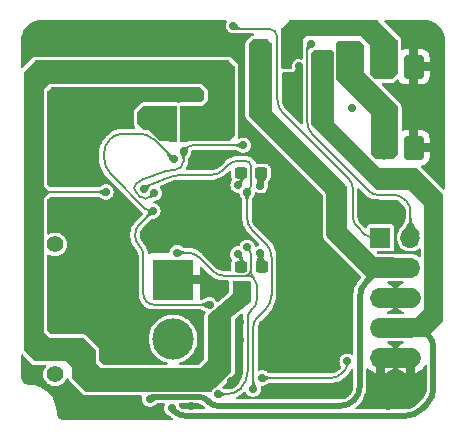
<source format=gtl>
G04 #@! TF.GenerationSoftware,KiCad,Pcbnew,7.0.1*
G04 #@! TF.CreationDate,2023-07-09T15:15:26+02:00*
G04 #@! TF.ProjectId,orion_power,6f72696f-6e5f-4706-9f77-65722e6b6963,rev?*
G04 #@! TF.SameCoordinates,Original*
G04 #@! TF.FileFunction,Copper,L1,Top*
G04 #@! TF.FilePolarity,Positive*
%FSLAX46Y46*%
G04 Gerber Fmt 4.6, Leading zero omitted, Abs format (unit mm)*
G04 Created by KiCad (PCBNEW 7.0.1) date 2023-07-09 15:15:26*
%MOMM*%
%LPD*%
G01*
G04 APERTURE LIST*
G04 Aperture macros list*
%AMRoundRect*
0 Rectangle with rounded corners*
0 $1 Rounding radius*
0 $2 $3 $4 $5 $6 $7 $8 $9 X,Y pos of 4 corners*
0 Add a 4 corners polygon primitive as box body*
4,1,4,$2,$3,$4,$5,$6,$7,$8,$9,$2,$3,0*
0 Add four circle primitives for the rounded corners*
1,1,$1+$1,$2,$3*
1,1,$1+$1,$4,$5*
1,1,$1+$1,$6,$7*
1,1,$1+$1,$8,$9*
0 Add four rect primitives between the rounded corners*
20,1,$1+$1,$2,$3,$4,$5,0*
20,1,$1+$1,$4,$5,$6,$7,0*
20,1,$1+$1,$6,$7,$8,$9,0*
20,1,$1+$1,$8,$9,$2,$3,0*%
%AMFreePoly0*
4,1,5,0.500000,-1.000000,-0.500000,-1.000000,-0.500000,1.000000,0.500000,1.000000,0.500000,-1.000000,0.500000,-1.000000,$1*%
%AMFreePoly1*
4,1,19,0.500000,-0.750000,0.000000,-0.750000,0.000000,-0.744911,-0.071157,-0.744911,-0.207708,-0.704816,-0.327430,-0.627875,-0.420627,-0.520320,-0.479746,-0.390866,-0.500000,-0.250000,-0.500000,0.250000,-0.479746,0.390866,-0.420627,0.520320,-0.327430,0.627875,-0.207708,0.704816,-0.071157,0.744911,0.000000,0.744911,0.000000,0.750000,0.500000,0.750000,0.500000,-0.750000,0.500000,-0.750000,
$1*%
%AMFreePoly2*
4,1,19,0.000000,0.744911,0.071157,0.744911,0.207708,0.704816,0.327430,0.627875,0.420627,0.520320,0.479746,0.390866,0.500000,0.250000,0.500000,-0.250000,0.479746,-0.390866,0.420627,-0.520320,0.327430,-0.627875,0.207708,-0.704816,0.071157,-0.744911,0.000000,-0.744911,0.000000,-0.750000,-0.500000,-0.750000,-0.500000,0.750000,0.000000,0.750000,0.000000,0.744911,0.000000,0.744911,
$1*%
G04 Aperture macros list end*
G04 #@! TA.AperFunction,ComponentPad*
%ADD10R,1.700000X1.700000*%
G04 #@! TD*
G04 #@! TA.AperFunction,ComponentPad*
%ADD11O,1.700000X1.700000*%
G04 #@! TD*
G04 #@! TA.AperFunction,SMDPad,CuDef*
%ADD12FreePoly0,0.000000*%
G04 #@! TD*
G04 #@! TA.AperFunction,SMDPad,CuDef*
%ADD13FreePoly1,0.000000*%
G04 #@! TD*
G04 #@! TA.AperFunction,SMDPad,CuDef*
%ADD14FreePoly2,0.000000*%
G04 #@! TD*
G04 #@! TA.AperFunction,SMDPad,CuDef*
%ADD15RoundRect,0.237500X-0.300000X-0.237500X0.300000X-0.237500X0.300000X0.237500X-0.300000X0.237500X0*%
G04 #@! TD*
G04 #@! TA.AperFunction,ComponentPad*
%ADD16C,1.400000*%
G04 #@! TD*
G04 #@! TA.AperFunction,ComponentPad*
%ADD17R,3.500000X3.500000*%
G04 #@! TD*
G04 #@! TA.AperFunction,ComponentPad*
%ADD18C,3.500000*%
G04 #@! TD*
G04 #@! TA.AperFunction,ComponentPad*
%ADD19C,0.700000*%
G04 #@! TD*
G04 #@! TA.AperFunction,SMDPad,CuDef*
%ADD20R,3.250000X3.250000*%
G04 #@! TD*
G04 #@! TA.AperFunction,ComponentPad*
%ADD21O,1.700000X2.000000*%
G04 #@! TD*
G04 #@! TA.AperFunction,ComponentPad*
%ADD22RoundRect,0.250000X0.600000X0.750000X-0.600000X0.750000X-0.600000X-0.750000X0.600000X-0.750000X0*%
G04 #@! TD*
G04 #@! TA.AperFunction,ViaPad*
%ADD23C,0.700000*%
G04 #@! TD*
G04 #@! TA.AperFunction,ViaPad*
%ADD24C,0.800000*%
G04 #@! TD*
G04 #@! TA.AperFunction,Conductor*
%ADD25C,0.200000*%
G04 #@! TD*
G04 #@! TA.AperFunction,Conductor*
%ADD26C,0.500000*%
G04 #@! TD*
G04 #@! TA.AperFunction,Conductor*
%ADD27C,1.700000*%
G04 #@! TD*
G04 #@! TA.AperFunction,Conductor*
%ADD28C,0.300000*%
G04 #@! TD*
G04 APERTURE END LIST*
D10*
X115200000Y-69995000D03*
D11*
X117740000Y-69995000D03*
X115200000Y-72535000D03*
X117740000Y-72535000D03*
X115200000Y-75075000D03*
X117740000Y-75075000D03*
X115200000Y-77615000D03*
X117740000Y-77615000D03*
X115200000Y-80155000D03*
X117740000Y-80155000D03*
D12*
X97450000Y-60350000D03*
D13*
X97450000Y-59600000D03*
X97450000Y-61100000D03*
D14*
X98750000Y-59600000D03*
D12*
X98750000Y-60350000D03*
D14*
X98750000Y-61100000D03*
D15*
X103412500Y-72450000D03*
X105137500Y-72450000D03*
D16*
X87650000Y-81575000D03*
X87650000Y-70575000D03*
D17*
X97650000Y-73575000D03*
D18*
X97650000Y-78575000D03*
D15*
X103387500Y-64525000D03*
X105112500Y-64525000D03*
D19*
X102325000Y-67204997D03*
X101075000Y-67204997D03*
X99825000Y-67204997D03*
X102325000Y-68454997D03*
X101075000Y-68454997D03*
D20*
X101075000Y-68454997D03*
D19*
X99825000Y-68454997D03*
X102325000Y-69704997D03*
X101075000Y-69704997D03*
X99825000Y-69704997D03*
D21*
X115500000Y-55525000D03*
D22*
X118000000Y-55525000D03*
D21*
X115500000Y-62375000D03*
D22*
X118000000Y-62375000D03*
D23*
X114875000Y-67050000D03*
X114875000Y-67950000D03*
X119825000Y-58575000D03*
X119825000Y-56574998D03*
X119825000Y-52575000D03*
X119825000Y-54575001D03*
X119825000Y-64575000D03*
X119825000Y-60575001D03*
X119825000Y-62574998D03*
X102750000Y-53075000D03*
X102750000Y-54050000D03*
X88625000Y-85025000D03*
X89650000Y-85025000D03*
X90650000Y-85025000D03*
X91650000Y-85025000D03*
X112000000Y-82975000D03*
X108000001Y-82975000D03*
X106000000Y-82975000D03*
X110000000Y-82975000D03*
X99150000Y-53600000D03*
X101825000Y-53100000D03*
X101825000Y-54075000D03*
X115825000Y-84275000D03*
X115825000Y-83475000D03*
X115825000Y-82700000D03*
X97524500Y-84450000D03*
X99149500Y-84274500D03*
X102575000Y-82100000D03*
X95651311Y-83681222D03*
X105175000Y-81875000D03*
X112375000Y-80475000D03*
X104425000Y-82825000D03*
X101437500Y-83239127D03*
X103590000Y-62170000D03*
X112775000Y-59025000D03*
X110510000Y-55340000D03*
X95925000Y-67725000D03*
X97675000Y-63375000D03*
X100725000Y-75675000D03*
X87375000Y-60525000D03*
X106775000Y-67475000D03*
X93350000Y-74575000D03*
D24*
X97875000Y-66075000D03*
X99325000Y-63576120D03*
D23*
X87375000Y-62025000D03*
X87875000Y-72550000D03*
X106675000Y-71295001D03*
X107675000Y-66495001D03*
X113945000Y-67945000D03*
X94350000Y-71575000D03*
X93350000Y-72575000D03*
X113945000Y-67045000D03*
X87075000Y-52150000D03*
X103275000Y-77125000D03*
X88575000Y-52150000D03*
X93350000Y-73575000D03*
D24*
X95550000Y-70100000D03*
D23*
X87375000Y-63525000D03*
X87875000Y-75550000D03*
X87375000Y-65025000D03*
X90075000Y-52150000D03*
X85575000Y-53675000D03*
X92275000Y-68475000D03*
X87875000Y-77050000D03*
X94350000Y-72575000D03*
X87375000Y-68775000D03*
X108274912Y-55450852D03*
X107575000Y-71295001D03*
X106675000Y-70395001D03*
X106775000Y-66495001D03*
X103275000Y-78675000D03*
X87375000Y-67025000D03*
X108475000Y-70395001D03*
X108575000Y-65595001D03*
X107575000Y-70395001D03*
X107675000Y-65595001D03*
X108475000Y-71295001D03*
X94350000Y-75575000D03*
X93350000Y-70575000D03*
X93350000Y-71575000D03*
X106775000Y-68375000D03*
X92275000Y-67475000D03*
X109475000Y-66495001D03*
X106775000Y-65595001D03*
X85625000Y-81775000D03*
X101500000Y-74900000D03*
X94350000Y-74575000D03*
X108575000Y-66495001D03*
X87875000Y-74050000D03*
X93350000Y-75575000D03*
X94350000Y-73575000D03*
X97975000Y-71275000D03*
X103900000Y-70825000D03*
X95150000Y-65875000D03*
X103900000Y-66150000D03*
X103825000Y-75000000D03*
X102075000Y-55525000D03*
X101175000Y-56425000D03*
X103050000Y-74200000D03*
X102075000Y-56425000D03*
X103850000Y-74200000D03*
X103050000Y-75000000D03*
X101175000Y-55525000D03*
X91950000Y-66125000D03*
X98525000Y-62675000D03*
X96049503Y-66236354D03*
X103140000Y-65545001D03*
X105040000Y-65595001D03*
X105040000Y-71295001D03*
X103115000Y-71395001D03*
X102750000Y-52050000D03*
X95150000Y-60275000D03*
X95150000Y-59375000D03*
X96050000Y-59375000D03*
X96050000Y-60275000D03*
X105150000Y-55325000D03*
X105150000Y-54500000D03*
X105150000Y-53700000D03*
X109675000Y-55325000D03*
X109675000Y-54500000D03*
X109305806Y-53583959D03*
X107275000Y-54500000D03*
X107275000Y-55325000D03*
X107275000Y-53700000D03*
X111800000Y-53700000D03*
X111800000Y-55325000D03*
X111800000Y-54500000D03*
D25*
X104250005Y-72992893D02*
G75*
G03*
X104396447Y-73346447I499995J-7D01*
G01*
X104396447Y-73346447D02*
X104421446Y-73371446D01*
X104250000Y-72525000D02*
X104250000Y-72992893D01*
X104250000Y-72525000D02*
X104250000Y-72699999D01*
X104250000Y-71422487D02*
X104250000Y-72525000D01*
X117739996Y-67735500D02*
G75*
G03*
X117407306Y-66932306I-1135896J0D01*
G01*
X117250405Y-66775375D02*
G75*
G03*
X116283761Y-66375000I-966605J-966625D01*
G01*
X114192088Y-66042084D02*
G75*
G03*
X114995812Y-66375000I803712J803684D01*
G01*
X117250390Y-66775390D02*
X117407306Y-66932306D01*
X114995812Y-66375000D02*
X116283761Y-66375000D01*
X117740000Y-67735500D02*
X117740000Y-69995000D01*
X109485487Y-61335487D02*
X114192086Y-66042086D01*
X109000000Y-53889765D02*
X109000000Y-60163418D01*
X109000001Y-60163418D02*
G75*
G03*
X109485488Y-61335486I1657599J18D01*
G01*
X109305806Y-53583959D02*
X109000000Y-53889765D01*
D26*
X119675001Y-79267701D02*
G75*
G03*
X119255897Y-78255897I-1430901J1D01*
G01*
X119141435Y-84058537D02*
G75*
G03*
X119675000Y-82770445I-1288135J1288137D01*
G01*
X117314326Y-85075030D02*
G75*
G03*
X118698232Y-84501768I-26J1957130D01*
G01*
X97807611Y-84733119D02*
G75*
G03*
X98631791Y-85074500I824189J824219D01*
G01*
X100594694Y-83819648D02*
G75*
G03*
X99762562Y-83475000I-832094J-832152D01*
G01*
X100720551Y-83945553D02*
G75*
G03*
X101395200Y-84225000I674649J674653D01*
G01*
X111850736Y-84225027D02*
G75*
G03*
X112916422Y-83783578I-36J1507127D01*
G01*
X113000562Y-83699408D02*
G75*
G03*
X113450000Y-82614420I-1084962J1085008D01*
G01*
X113967675Y-73767303D02*
G75*
G03*
X113450000Y-75017119I1249825J-1249797D01*
G01*
D25*
X104421449Y-73371443D02*
G75*
G03*
X104067893Y-73225000I-353549J-353557D01*
G01*
X104724998Y-74016591D02*
G75*
G03*
X104483459Y-73433459I-824698J-9D01*
G01*
X104436301Y-75963689D02*
G75*
G03*
X104725000Y-75266725I-697001J696989D01*
G01*
X104242111Y-76157893D02*
G75*
G03*
X103950000Y-76863105I705189J-705207D01*
G01*
X103349815Y-82775151D02*
G75*
G03*
X103950000Y-81326234I-1448915J1448951D01*
G01*
X102261748Y-83239173D02*
G75*
G03*
X103327194Y-82797804I-48J1506773D01*
G01*
X104755017Y-76769989D02*
G75*
G03*
X104425000Y-77566710I796683J-796711D01*
G01*
X105488853Y-76036159D02*
G75*
G03*
X105975000Y-74862476I-1173653J1173659D01*
G01*
X105975003Y-71613013D02*
G75*
G03*
X105541534Y-70566536I-1479903J13D01*
G01*
X103900002Y-68307680D02*
G75*
G03*
X104336511Y-69361511I1490298J-20D01*
G01*
X113910356Y-69755366D02*
G75*
G03*
X114488900Y-69995000I578544J578566D01*
G01*
X112850001Y-68218194D02*
G75*
G03*
X113187152Y-69032152I1151099J-6D01*
G01*
X112850012Y-65773080D02*
G75*
G03*
X112560563Y-65074321I-988212J-20D01*
G01*
X106450037Y-58229150D02*
G75*
G03*
X106969445Y-59483201I1773463J-50D01*
G01*
X106450026Y-52969378D02*
G75*
G03*
X106259508Y-52509508I-650326J-22D01*
G01*
X106259501Y-52509515D02*
G75*
G03*
X105753712Y-52300000I-505801J-505785D01*
G01*
X114488900Y-69995000D02*
X115200000Y-69995000D01*
X113187152Y-69032152D02*
X113910361Y-69755361D01*
X112850000Y-65773080D02*
X112850000Y-68218194D01*
X106450000Y-52969378D02*
X106450000Y-58229150D01*
X103000000Y-52300000D02*
X105753712Y-52300000D01*
X102750000Y-52050000D02*
X103000000Y-52300000D01*
X106969445Y-59483201D02*
X112560564Y-65074320D01*
D26*
X99762562Y-83475000D02*
X95857533Y-83475000D01*
X111850736Y-84225000D02*
X101395200Y-84225000D01*
X113000577Y-83699423D02*
X112916422Y-83783578D01*
X95857533Y-83475000D02*
X95651311Y-83681222D01*
X113450000Y-75017119D02*
X113450000Y-82614420D01*
X115200000Y-72535000D02*
X113967686Y-73767314D01*
X100720552Y-83945552D02*
X100594671Y-83819671D01*
X118615000Y-77615000D02*
X117740000Y-77615000D01*
X119255897Y-78255897D02*
X118615000Y-77615000D01*
X119675000Y-82770445D02*
X119675000Y-79267701D01*
X118698232Y-84501768D02*
X119141449Y-84058551D01*
X104475500Y-85074500D02*
X104476000Y-85075000D01*
X104476000Y-85075000D02*
X117314326Y-85075000D01*
X97524500Y-84450000D02*
X97807615Y-84733115D01*
X98631791Y-85074500D02*
X104475500Y-85074500D01*
D25*
X104483459Y-73433459D02*
X104421446Y-73371446D01*
X104067893Y-73225000D02*
X103575000Y-73225000D01*
X104242109Y-76157891D02*
X104436306Y-75963694D01*
X103327195Y-82797805D02*
X103349832Y-82775168D01*
X103950000Y-81326234D02*
X103950000Y-76863105D01*
X101437500Y-83239127D02*
X102261748Y-83239127D01*
X104725000Y-75266725D02*
X104725000Y-74016591D01*
X105541535Y-70566535D02*
X104336511Y-69361511D01*
X105975000Y-74862476D02*
X105975000Y-71613013D01*
X104755014Y-76769986D02*
X105488847Y-76036153D01*
X104425000Y-82825000D02*
X104425000Y-77566710D01*
X103900000Y-68307680D02*
X103900000Y-66150000D01*
X105175000Y-81875000D02*
X110982931Y-81875000D01*
X111944870Y-81476551D02*
X112193227Y-81228194D01*
X112375000Y-80789289D02*
X112375000Y-80475000D01*
X112193247Y-81228214D02*
G75*
G03*
X112375000Y-80789289I-438847J438814D01*
G01*
X110982931Y-81874976D02*
G75*
G03*
X111944870Y-81476551I69J1360276D01*
G01*
X103575000Y-73225000D02*
X101963490Y-73225000D01*
X103724999Y-73225000D02*
X103575000Y-73225000D01*
X103900000Y-66150000D02*
X103900000Y-66419239D01*
X101916509Y-62170000D02*
X101911509Y-62175000D01*
X103590000Y-62170000D02*
X101916509Y-62170000D01*
X99378553Y-62175000D02*
X101911509Y-62175000D01*
X99378553Y-62175023D02*
G75*
G03*
X98775001Y-62425001I-53J-853477D01*
G01*
X98775000Y-62425000D02*
X98525000Y-62675000D01*
X91775000Y-63113739D02*
X91775000Y-62933861D01*
X100725000Y-75675000D02*
X96041877Y-75675000D01*
X94811725Y-61200000D02*
X93369973Y-61200000D01*
X94813908Y-68836091D02*
X95925000Y-67725000D01*
X95986684Y-61686684D02*
X97675000Y-63375000D01*
X95925000Y-67725000D02*
X95687500Y-67725000D01*
X94425000Y-69830025D02*
X94425000Y-69775000D01*
X92437037Y-64712037D02*
X95282062Y-67557062D01*
X95125000Y-74799390D02*
X95125000Y-71519974D01*
X93369973Y-61199996D02*
G75*
G03*
X92311597Y-61638402I27J-1496804D01*
G01*
X92311607Y-61638412D02*
G75*
G03*
X91775000Y-62933861I1295493J-1295488D01*
G01*
X94813912Y-68836095D02*
G75*
G03*
X94425000Y-69775000I938888J-938905D01*
G01*
X94424990Y-69830025D02*
G75*
G03*
X94775000Y-70675000I1195010J25D01*
G01*
X95124994Y-74799390D02*
G75*
G03*
X95372902Y-75397900I846406J-10D01*
G01*
X95372907Y-75397895D02*
G75*
G03*
X96041877Y-75675000I668993J668995D01*
G01*
X95125010Y-71519974D02*
G75*
G03*
X94775000Y-70675000I-1195010J-26D01*
G01*
X95986663Y-61686705D02*
G75*
G03*
X94811725Y-61200000I-1174963J-1174895D01*
G01*
X91774963Y-63113739D02*
G75*
G03*
X92437037Y-64712037I2260337J39D01*
G01*
X95282057Y-67557067D02*
G75*
G03*
X95687500Y-67725000I405443J405467D01*
G01*
D27*
X115204999Y-80155000D02*
X117744999Y-80155000D01*
X115204999Y-75075000D02*
X117744999Y-75075000D01*
D25*
X99848448Y-71673448D02*
X101001551Y-72826551D01*
X98886509Y-71275000D02*
X97975000Y-71275000D01*
X104075000Y-71000000D02*
X103900000Y-70825000D01*
X103724999Y-73224999D02*
G75*
G03*
X104096230Y-73071230I1J524999D01*
G01*
X104096231Y-73071231D02*
G75*
G03*
X104250000Y-72699999I-371231J371231D01*
G01*
X101001553Y-72826549D02*
G75*
G03*
X101963490Y-73225000I961947J961949D01*
G01*
X99848446Y-71673450D02*
G75*
G03*
X98886509Y-71275000I-961946J-961950D01*
G01*
X104250005Y-71422487D02*
G75*
G03*
X104075000Y-71000000I-597505J-13D01*
G01*
X98276572Y-64675000D02*
X100911509Y-64675000D01*
X95183838Y-65866161D02*
X95400000Y-65650000D01*
X95150000Y-65875000D02*
X95162500Y-65875000D01*
X104275000Y-65509834D02*
X104275000Y-63974999D01*
X95400000Y-65650000D02*
X97416172Y-64841152D01*
X102276551Y-63873447D02*
X101873448Y-64276551D01*
X104087500Y-65962500D02*
X103900000Y-66150000D01*
X103238490Y-63475000D02*
X103689214Y-63475000D01*
X95162500Y-65874992D02*
G75*
G03*
X95183837Y-65866160I0J30192D01*
G01*
X104275061Y-63974994D02*
G75*
G03*
X103689214Y-63475000I-546061J-46606D01*
G01*
X104087490Y-65962490D02*
G75*
G03*
X104275000Y-65509834I-452690J452690D01*
G01*
X103238490Y-63474996D02*
G75*
G03*
X102276551Y-63873447I10J-1360404D01*
G01*
X98276572Y-64674996D02*
G75*
G03*
X97416172Y-64841153I28J-2310904D01*
G01*
X100911509Y-64675002D02*
G75*
G03*
X101873448Y-64276551I-9J1360402D01*
G01*
X91950000Y-66125000D02*
X85800000Y-66125000D01*
X94500260Y-66150260D02*
X94864384Y-66514384D01*
X96049503Y-66236354D02*
X96044074Y-66236354D01*
X98525000Y-63506801D02*
X98525000Y-62675000D01*
X95760615Y-66514384D02*
X96034807Y-66240192D01*
X94920767Y-65155172D02*
X97030024Y-64375131D01*
X97756801Y-64275000D02*
X97589457Y-64275000D01*
X94500260Y-65424739D02*
X94500675Y-65424324D01*
X97756801Y-64275000D02*
G75*
G03*
X98299999Y-64049999I-1J768200D01*
G01*
X98299999Y-64049999D02*
G75*
G03*
X98525000Y-63506801I-543199J543199D01*
G01*
X94920773Y-65155189D02*
G75*
G03*
X94500675Y-65424324I404427J-1093711D01*
G01*
X94349995Y-65787500D02*
G75*
G03*
X94500261Y-66150259I513005J0D01*
G01*
X94864390Y-66514378D02*
G75*
G03*
X95312500Y-66700000I448110J448078D01*
G01*
X94500265Y-65424744D02*
G75*
G03*
X94350000Y-65787500I362735J-362756D01*
G01*
X95312500Y-66700008D02*
G75*
G03*
X95760615Y-66514384I0J633708D01*
G01*
X96044074Y-66236348D02*
G75*
G03*
X96034808Y-66240193I26J-13152D01*
G01*
X97589457Y-64274989D02*
G75*
G03*
X97030024Y-64375131I43J-1612911D01*
G01*
D28*
X103475000Y-64973120D02*
X103475000Y-64525000D01*
X103307500Y-65377501D02*
X103140000Y-65545001D01*
X103307494Y-65377495D02*
G75*
G03*
X103475000Y-64973120I-404394J404395D01*
G01*
X105040000Y-65595001D02*
X105032500Y-65587501D01*
X105025000Y-65569394D02*
X105025000Y-64525000D01*
X105025003Y-65569394D02*
G75*
G03*
X105032501Y-65587500I25597J-6D01*
G01*
X105040000Y-71295001D02*
X105040000Y-72432928D01*
X105045000Y-72445000D02*
X105050000Y-72450000D01*
X105039989Y-72432928D02*
G75*
G03*
X105045001Y-72444999I17111J28D01*
G01*
X103500000Y-72043699D02*
X103500000Y-72450000D01*
X103121769Y-71396769D02*
X103310000Y-71585000D01*
X103115000Y-71395001D02*
X103117500Y-71395001D01*
X103121761Y-71396777D02*
G75*
G03*
X103117500Y-71395001I-4261J-4223D01*
G01*
X103499999Y-72043699D02*
G75*
G03*
X103309999Y-71585001I-648699J-1D01*
G01*
D27*
X117740000Y-72535000D02*
X115200000Y-72535000D01*
X115200000Y-77615000D02*
X117740000Y-77615000D01*
G04 #@! TA.AperFunction,Conductor*
G36*
X102559780Y-65849524D02*
G01*
X102649517Y-65979531D01*
X102767760Y-66084284D01*
X102841173Y-66122815D01*
X102907636Y-66157698D01*
X103061013Y-66195501D01*
X103162541Y-66195501D01*
X103208549Y-66206841D01*
X103244017Y-66238263D01*
X103260819Y-66282569D01*
X103263763Y-66306817D01*
X103289864Y-66375643D01*
X103291181Y-66379337D01*
X103298600Y-66401541D01*
X103308229Y-66430364D01*
X103316425Y-66446964D01*
X103320217Y-66455676D01*
X103320531Y-66456504D01*
X103324300Y-66462914D01*
X103370368Y-66556218D01*
X103378257Y-66571145D01*
X103378871Y-66572232D01*
X103387481Y-66586558D01*
X103444473Y-66675771D01*
X103446209Y-66678591D01*
X103469433Y-66717775D01*
X103478363Y-66737477D01*
X103482723Y-66750808D01*
X103487304Y-66773585D01*
X103494625Y-66863914D01*
X103498006Y-66883153D01*
X103499500Y-66900288D01*
X103499500Y-68343679D01*
X103499501Y-68343701D01*
X103499501Y-68431609D01*
X103531850Y-68677350D01*
X103596004Y-68916779D01*
X103690854Y-69145768D01*
X103775000Y-69291514D01*
X103775000Y-70185841D01*
X103667636Y-70212302D01*
X103527761Y-70285716D01*
X103409517Y-70390470D01*
X103319780Y-70520476D01*
X103319780Y-70520477D01*
X103265993Y-70662304D01*
X103259501Y-70679421D01*
X103257078Y-70678502D01*
X103248266Y-70701739D01*
X103212798Y-70733161D01*
X103166790Y-70744501D01*
X103036013Y-70744501D01*
X102882636Y-70782303D01*
X102742761Y-70855717D01*
X102624517Y-70960471D01*
X102534780Y-71090477D01*
X102502725Y-71175000D01*
X99875865Y-71175000D01*
X99866901Y-71168122D01*
X99667003Y-71052711D01*
X99453745Y-70964376D01*
X99453743Y-70964375D01*
X99453742Y-70964375D01*
X99230779Y-70904631D01*
X99230778Y-70904630D01*
X99230775Y-70904630D01*
X99001925Y-70874500D01*
X98918029Y-70874500D01*
X98918028Y-70874500D01*
X98725284Y-70874500D01*
X98708146Y-70873005D01*
X98703514Y-70872190D01*
X98688914Y-70869624D01*
X98598586Y-70862304D01*
X98575808Y-70857723D01*
X98562477Y-70853363D01*
X98542775Y-70844433D01*
X98503591Y-70821209D01*
X98500771Y-70819473D01*
X98411558Y-70762481D01*
X98397232Y-70753871D01*
X98396145Y-70753258D01*
X98396146Y-70753258D01*
X98396138Y-70753254D01*
X98381224Y-70745371D01*
X98375000Y-70742298D01*
X98375000Y-66250000D01*
X98775000Y-66250000D01*
X98775000Y-70675000D01*
X98800000Y-70700000D01*
X103225000Y-70700000D01*
X103225000Y-66250000D01*
X98775000Y-66250000D01*
X98375000Y-66250000D01*
X98375000Y-65775000D01*
X102531517Y-65775000D01*
X102559780Y-65849524D01*
G37*
G04 #@! TD.AperFunction*
G04 #@! TA.AperFunction,Conductor*
G36*
X114971091Y-51609439D02*
G01*
X115011319Y-51636319D01*
X116613681Y-53238681D01*
X116640561Y-53278909D01*
X116650000Y-53326362D01*
X116650000Y-56048638D01*
X116640561Y-56096091D01*
X116613681Y-56136319D01*
X116186319Y-56563681D01*
X116146091Y-56590561D01*
X116098638Y-56600000D01*
X114851362Y-56600000D01*
X114803909Y-56590561D01*
X114763681Y-56563681D01*
X114336319Y-56136319D01*
X114309439Y-56096091D01*
X114300000Y-56048638D01*
X114300000Y-53725001D01*
X114299999Y-53724999D01*
X113525000Y-52950000D01*
X108875000Y-52950000D01*
X108874999Y-52950000D01*
X108600000Y-53224999D01*
X108600000Y-54804073D01*
X108585358Y-54862526D01*
X108544891Y-54907175D01*
X108488154Y-54927476D01*
X108428548Y-54918634D01*
X108418621Y-54914522D01*
X108274912Y-54895601D01*
X108131202Y-54914522D01*
X107997289Y-54969989D01*
X107882291Y-55058231D01*
X107794049Y-55173229D01*
X107738582Y-55307142D01*
X107719661Y-55450852D01*
X107734007Y-55559815D01*
X107723450Y-55628405D01*
X107677693Y-55680581D01*
X107611068Y-55700000D01*
X106976362Y-55700000D01*
X106928909Y-55690561D01*
X106888681Y-55663681D01*
X106836319Y-55611319D01*
X106809439Y-55571091D01*
X106800000Y-55523638D01*
X106800000Y-52326362D01*
X106809439Y-52278909D01*
X106836319Y-52238681D01*
X107438681Y-51636319D01*
X107478909Y-51609439D01*
X107526362Y-51600000D01*
X114923638Y-51600000D01*
X114971091Y-51609439D01*
G37*
G04 #@! TD.AperFunction*
G04 #@! TA.AperFunction,Conductor*
G36*
X87104997Y-66054997D02*
G01*
X87130619Y-66099376D01*
X87130619Y-66150622D01*
X87104996Y-66195002D01*
X86675000Y-66624999D01*
X86675000Y-65625000D01*
X87104997Y-66054997D01*
G37*
G04 #@! TD.AperFunction*
G04 #@! TA.AperFunction,Conductor*
G36*
X113421091Y-53359439D02*
G01*
X113461319Y-53386319D01*
X113738681Y-53663681D01*
X113765561Y-53703909D01*
X113775000Y-53751362D01*
X113775000Y-55950000D01*
X116638681Y-58813681D01*
X116665561Y-58853909D01*
X116675000Y-58901362D01*
X116675000Y-62923638D01*
X116665561Y-62971091D01*
X116638681Y-63011319D01*
X116311319Y-63338681D01*
X116271091Y-63365561D01*
X116223638Y-63375000D01*
X114876362Y-63375000D01*
X114828909Y-63365561D01*
X114788681Y-63338681D01*
X114461319Y-63011319D01*
X114434439Y-62971091D01*
X114425000Y-62923638D01*
X114425000Y-59550001D01*
X114424999Y-59549999D01*
X111486319Y-56611319D01*
X111459439Y-56571091D01*
X111450000Y-56523638D01*
X111450000Y-53626362D01*
X111459439Y-53578909D01*
X111486319Y-53538681D01*
X111638681Y-53386319D01*
X111678909Y-53359439D01*
X111726362Y-53350000D01*
X113373638Y-53350000D01*
X113421091Y-53359439D01*
G37*
G04 #@! TD.AperFunction*
G04 #@! TA.AperFunction,Conductor*
G36*
X101175000Y-57475000D02*
G01*
X100575000Y-57475000D01*
X100574999Y-57474998D01*
X100075001Y-56975000D01*
X100075000Y-56975000D01*
X87175000Y-56975000D01*
X87174998Y-56975000D01*
X86675000Y-57474998D01*
X86675000Y-57475000D01*
X86675000Y-66625000D01*
X86675000Y-77975001D01*
X87174998Y-78474999D01*
X87175000Y-78475000D01*
X90022810Y-78475000D01*
X90071028Y-78484591D01*
X90111905Y-78511905D01*
X91038095Y-79438095D01*
X91065409Y-79478972D01*
X91075000Y-79527190D01*
X91075000Y-80575001D01*
X91549998Y-81049999D01*
X91550000Y-81050000D01*
X99925000Y-81050000D01*
X100575000Y-80400000D01*
X100575000Y-76632952D01*
X100586527Y-76580302D01*
X100619000Y-76537286D01*
X102675000Y-74775000D01*
X102675000Y-73801000D01*
X102691881Y-73738000D01*
X102738000Y-73691881D01*
X102801000Y-73675000D01*
X104124000Y-73675000D01*
X104187000Y-73691881D01*
X104233119Y-73738000D01*
X104250000Y-73801000D01*
X104250000Y-75315417D01*
X104237906Y-75369282D01*
X104203947Y-75412804D01*
X102834124Y-76537286D01*
X102575000Y-76750000D01*
X102575000Y-81322809D01*
X102565409Y-81371027D01*
X102538095Y-81411905D01*
X102372260Y-81577738D01*
X102331386Y-81605050D01*
X102297375Y-81619138D01*
X102182379Y-81707379D01*
X102094137Y-81822376D01*
X102080050Y-81856386D01*
X102052737Y-81897261D01*
X101231983Y-82718015D01*
X101191109Y-82745328D01*
X101159873Y-82758267D01*
X101044878Y-82846505D01*
X100956640Y-82961500D01*
X100956639Y-82961501D01*
X100956639Y-82961502D01*
X100952199Y-82972220D01*
X100924887Y-83013096D01*
X100884010Y-83040409D01*
X100835792Y-83050000D01*
X100071233Y-83050000D01*
X100054791Y-83048923D01*
X99869206Y-83024496D01*
X99869202Y-83024496D01*
X99762546Y-83024500D01*
X96307834Y-83024500D01*
X96299490Y-83024223D01*
X96249363Y-83020896D01*
X96249361Y-83020896D01*
X96249359Y-83020896D01*
X96211328Y-83023583D01*
X96202791Y-83024187D01*
X96193910Y-83024500D01*
X95889911Y-83024500D01*
X95875805Y-83023708D01*
X95840498Y-83019730D01*
X95840497Y-83019730D01*
X95784365Y-83030350D01*
X95779724Y-83031138D01*
X95717095Y-83040579D01*
X95699223Y-83046460D01*
X95692140Y-83047801D01*
X95668701Y-83050000D01*
X90277190Y-83050000D01*
X90228972Y-83040409D01*
X90188095Y-83013095D01*
X89111905Y-81936905D01*
X89084591Y-81896028D01*
X89075000Y-81847810D01*
X89075000Y-80975000D01*
X89074999Y-80974998D01*
X88575001Y-80475000D01*
X88575000Y-80475000D01*
X85931116Y-80475000D01*
X85879854Y-80464101D01*
X85837461Y-80433290D01*
X85007345Y-79510939D01*
X84983364Y-79471790D01*
X84975000Y-79426649D01*
X84975000Y-56027190D01*
X84984591Y-55978972D01*
X85011905Y-55938095D01*
X85938095Y-55011905D01*
X85978972Y-54984591D01*
X86027190Y-54975000D01*
X101175000Y-54975000D01*
X101175000Y-57475000D01*
G37*
G04 #@! TD.AperFunction*
G04 #@! TA.AperFunction,Conductor*
G36*
X102346878Y-54982536D02*
G01*
X102378996Y-55003996D01*
X102821004Y-55446004D01*
X102842464Y-55478122D01*
X102850000Y-55516008D01*
X102850000Y-61308992D01*
X102842464Y-61346878D01*
X102821004Y-61378996D01*
X102378996Y-61821004D01*
X102346878Y-61842464D01*
X102308992Y-61850000D01*
X98349000Y-61850000D01*
X98299500Y-61836737D01*
X98263263Y-61800500D01*
X98250000Y-61751000D01*
X98250000Y-58949000D01*
X98263263Y-58899500D01*
X98299500Y-58863263D01*
X98349000Y-58850000D01*
X100074999Y-58850000D01*
X100075000Y-58850000D01*
X100575000Y-58350000D01*
X100575000Y-57475000D01*
X100575000Y-55475000D01*
X101075000Y-54975000D01*
X102308992Y-54975000D01*
X102346878Y-54982536D01*
G37*
G04 #@! TD.AperFunction*
G04 #@! TA.AperFunction,Conductor*
G36*
X105671091Y-53209439D02*
G01*
X105711319Y-53236319D01*
X105963681Y-53488681D01*
X105990561Y-53528909D01*
X106000000Y-53576362D01*
X106000000Y-59300000D01*
X112313681Y-65613681D01*
X112340561Y-65653909D01*
X112350000Y-65701362D01*
X112350000Y-69175000D01*
X114850000Y-71675000D01*
X116376000Y-71675000D01*
X116438000Y-71691613D01*
X116483387Y-71737000D01*
X116500000Y-71799000D01*
X116500000Y-73251000D01*
X116483387Y-73313000D01*
X116438000Y-73358387D01*
X116376000Y-73375000D01*
X114151362Y-73375000D01*
X114103909Y-73365561D01*
X114063681Y-73338681D01*
X110661319Y-69936319D01*
X110634439Y-69896091D01*
X110625000Y-69848638D01*
X110625000Y-66275001D01*
X110624999Y-66274999D01*
X104086319Y-59736319D01*
X104059439Y-59696091D01*
X104050000Y-59648638D01*
X104050000Y-53601362D01*
X104059439Y-53553909D01*
X104086319Y-53513681D01*
X104363681Y-53236319D01*
X104403909Y-53209439D01*
X104451362Y-53200000D01*
X105623638Y-53200000D01*
X105671091Y-53209439D01*
G37*
G04 #@! TD.AperFunction*
G04 #@! TA.AperFunction,Conductor*
G36*
X97900500Y-58863263D02*
G01*
X97936737Y-58899500D01*
X97950000Y-58949000D01*
X97950000Y-61751000D01*
X97936737Y-61800500D01*
X97900500Y-61836737D01*
X97851000Y-61850000D01*
X96616008Y-61850000D01*
X96578122Y-61842464D01*
X96546004Y-61821004D01*
X96476000Y-61751000D01*
X95600000Y-60875000D01*
X95599999Y-60875000D01*
X95141008Y-60875000D01*
X95103122Y-60867464D01*
X95071004Y-60846004D01*
X94628996Y-60403996D01*
X94607536Y-60371878D01*
X94600000Y-60333992D01*
X94600000Y-59391008D01*
X94607536Y-59353122D01*
X94628996Y-59321004D01*
X95071004Y-58878996D01*
X95103122Y-58857536D01*
X95141008Y-58850000D01*
X97851000Y-58850000D01*
X97900500Y-58863263D01*
G37*
G04 #@! TD.AperFunction*
G04 #@! TA.AperFunction,Conductor*
G36*
X111121091Y-54134439D02*
G01*
X111161319Y-54161319D01*
X111208181Y-54208181D01*
X111235061Y-54248409D01*
X111244500Y-54295862D01*
X111244500Y-56523636D01*
X111248449Y-56563735D01*
X111257886Y-56611179D01*
X111265561Y-56629706D01*
X111275000Y-56677159D01*
X111275000Y-60200000D01*
X115175000Y-64100000D01*
X118223638Y-64100000D01*
X118271091Y-64109439D01*
X118311319Y-64136319D01*
X120463681Y-66288681D01*
X120490561Y-66328909D01*
X120500000Y-66376362D01*
X120500000Y-76998638D01*
X120490561Y-77046091D01*
X120463681Y-77086319D01*
X119136319Y-78413681D01*
X119096091Y-78440561D01*
X119048638Y-78450000D01*
X116624000Y-78450000D01*
X116562000Y-78433387D01*
X116516613Y-78388000D01*
X116500000Y-78326000D01*
X116500000Y-76899000D01*
X116516613Y-76837000D01*
X116562000Y-76791613D01*
X116624000Y-76775000D01*
X118225000Y-76775000D01*
X118925000Y-76075000D01*
X118925000Y-67225000D01*
X117625000Y-65925000D01*
X114901362Y-65925000D01*
X114853909Y-65915561D01*
X114813681Y-65888681D01*
X109361319Y-60436319D01*
X109334439Y-60396091D01*
X109325000Y-60348638D01*
X109325000Y-54426362D01*
X109334439Y-54378909D01*
X109361319Y-54338681D01*
X109538681Y-54161319D01*
X109578909Y-54134439D01*
X109626362Y-54125000D01*
X111073638Y-54125000D01*
X111121091Y-54134439D01*
G37*
G04 #@! TD.AperFunction*
G04 #@! TA.AperFunction,Conductor*
G36*
X84948084Y-79901769D02*
G01*
X85605128Y-80631818D01*
X85610390Y-80637664D01*
X85657848Y-80680412D01*
X85657851Y-80680414D01*
X85657852Y-80680415D01*
X85700245Y-80711226D01*
X85755565Y-80743175D01*
X85816321Y-80762922D01*
X85816323Y-80762922D01*
X85816325Y-80762923D01*
X85837491Y-80767423D01*
X85867583Y-80773821D01*
X85880289Y-80775156D01*
X85931112Y-80780500D01*
X85931116Y-80780500D01*
X86798421Y-80780500D01*
X86851386Y-80795860D01*
X86887916Y-80837172D01*
X86896676Y-80891619D01*
X86874949Y-80942305D01*
X86814088Y-81016463D01*
X86721185Y-81190272D01*
X86663975Y-81378869D01*
X86644658Y-81575000D01*
X86663975Y-81771130D01*
X86721185Y-81959727D01*
X86814088Y-82133536D01*
X86838778Y-82163620D01*
X86939117Y-82285883D01*
X87025300Y-82356612D01*
X87091463Y-82410911D01*
X87265272Y-82503814D01*
X87320203Y-82520477D01*
X87453868Y-82561024D01*
X87650000Y-82580341D01*
X87846132Y-82561024D01*
X88034727Y-82503814D01*
X88208538Y-82410910D01*
X88360883Y-82285883D01*
X88485910Y-82133538D01*
X88578814Y-81959727D01*
X88589083Y-81925874D01*
X88616616Y-81881918D01*
X88662600Y-81857915D01*
X88714409Y-81860458D01*
X88757820Y-81888851D01*
X88780916Y-81935297D01*
X88784960Y-81955625D01*
X88802346Y-82012939D01*
X88830580Y-82065759D01*
X88831405Y-82066993D01*
X88857894Y-82106635D01*
X88895884Y-82152926D01*
X89972074Y-83229116D01*
X90018365Y-83267106D01*
X90018368Y-83267108D01*
X90059240Y-83294419D01*
X90059242Y-83294420D01*
X90112061Y-83322654D01*
X90155932Y-83335961D01*
X90169369Y-83340038D01*
X90169371Y-83340038D01*
X90169373Y-83340039D01*
X90207003Y-83347524D01*
X90217596Y-83349631D01*
X90277186Y-83355500D01*
X90277190Y-83355500D01*
X94935705Y-83355500D01*
X94981713Y-83366840D01*
X95017180Y-83398262D01*
X95033983Y-83442567D01*
X95028272Y-83489602D01*
X95020175Y-83510953D01*
X95015073Y-83524406D01*
X94996032Y-83681221D01*
X95015073Y-83838037D01*
X95015073Y-83838039D01*
X95015074Y-83838040D01*
X95071091Y-83985745D01*
X95160828Y-84115752D01*
X95279071Y-84220505D01*
X95329326Y-84246881D01*
X95418947Y-84293919D01*
X95572324Y-84331722D01*
X95572326Y-84331722D01*
X95730296Y-84331722D01*
X95730298Y-84331722D01*
X95819048Y-84309847D01*
X95883676Y-84293918D01*
X95917442Y-84276195D01*
X95927084Y-84271777D01*
X95947718Y-84263634D01*
X96059231Y-84200242D01*
X96088968Y-84180973D01*
X96091157Y-84179367D01*
X96118572Y-84156684D01*
X96197503Y-84083225D01*
X96197530Y-84083200D01*
X96201726Y-84079217D01*
X96201800Y-84079147D01*
X96202108Y-84078849D01*
X96205854Y-84075162D01*
X96219376Y-84061620D01*
X96245293Y-84042956D01*
X96275802Y-84033514D01*
X96308335Y-84028994D01*
X96308336Y-84028993D01*
X96317141Y-84027770D01*
X96317216Y-84028314D01*
X96334812Y-84025500D01*
X96846355Y-84025500D01*
X96892363Y-84036840D01*
X96927830Y-84068261D01*
X96944633Y-84112567D01*
X96938922Y-84159604D01*
X96921473Y-84205614D01*
X96888262Y-84293184D01*
X96869221Y-84450000D01*
X96888262Y-84606815D01*
X96888262Y-84606817D01*
X96888263Y-84606818D01*
X96944280Y-84754523D01*
X97034017Y-84884530D01*
X97152260Y-84989283D01*
X97254012Y-85042687D01*
X97277375Y-85054949D01*
X97279107Y-85055880D01*
X97290990Y-85062422D01*
X97344423Y-85083193D01*
X97347670Y-85084434D01*
X97366635Y-85091559D01*
X97399163Y-85111671D01*
X97414745Y-85126134D01*
X97431973Y-85139294D01*
X97440670Y-85145938D01*
X97450574Y-85154605D01*
X97467128Y-85171158D01*
X97497890Y-85201919D01*
X97576299Y-85262083D01*
X97621749Y-85296957D01*
X97656220Y-85346761D01*
X97655229Y-85407322D01*
X97619149Y-85455972D01*
X97561483Y-85474500D01*
X88479861Y-85474500D01*
X88470157Y-85474023D01*
X88348237Y-85462014D01*
X88329203Y-85458228D01*
X88216645Y-85424084D01*
X88198714Y-85416657D01*
X88094977Y-85361208D01*
X88078841Y-85350426D01*
X87987916Y-85275806D01*
X87974193Y-85262083D01*
X87899573Y-85171158D01*
X87888791Y-85155022D01*
X87833342Y-85051285D01*
X87825915Y-85033354D01*
X87791771Y-84920796D01*
X87787985Y-84901762D01*
X87775978Y-84779853D01*
X87775501Y-84770149D01*
X87775501Y-84635844D01*
X87761981Y-84524500D01*
X87741955Y-84359565D01*
X87675351Y-84089343D01*
X87576661Y-83829119D01*
X87447324Y-83582688D01*
X87447321Y-83582683D01*
X87289230Y-83353648D01*
X87104673Y-83145325D01*
X86896350Y-82960768D01*
X86667312Y-82802675D01*
X86420886Y-82673341D01*
X86286082Y-82622217D01*
X86160656Y-82574649D01*
X86160653Y-82574648D01*
X86160650Y-82574647D01*
X85890435Y-82508045D01*
X85614155Y-82474499D01*
X85614154Y-82474499D01*
X85479860Y-82474499D01*
X85470157Y-82474022D01*
X85446693Y-82471711D01*
X85348236Y-82462013D01*
X85329203Y-82458227D01*
X85216645Y-82424083D01*
X85198714Y-82416656D01*
X85094977Y-82361207D01*
X85078841Y-82350425D01*
X84987916Y-82275805D01*
X84974193Y-82262082D01*
X84911445Y-82185624D01*
X84899568Y-82171151D01*
X84888792Y-82155024D01*
X84833340Y-82051279D01*
X84825917Y-82033359D01*
X84791772Y-81920794D01*
X84787986Y-81901761D01*
X84786714Y-81888851D01*
X84775976Y-81779821D01*
X84775499Y-81770117D01*
X84775499Y-79967998D01*
X84792914Y-79911919D01*
X84839031Y-79875570D01*
X84897626Y-79871737D01*
X84948084Y-79901769D01*
G37*
G04 #@! TD.AperFunction*
G04 #@! TA.AperFunction,Conductor*
G36*
X118065500Y-79793263D02*
G01*
X118101737Y-79829500D01*
X118115000Y-79879000D01*
X118115000Y-81452142D01*
X118203495Y-81428429D01*
X118417576Y-81328601D01*
X118611074Y-81193112D01*
X118778112Y-81026074D01*
X118913600Y-80832578D01*
X118935776Y-80785023D01*
X118970140Y-80744788D01*
X119020319Y-80727999D01*
X119071978Y-80739451D01*
X119110360Y-80775874D01*
X119124500Y-80826863D01*
X119124500Y-82766535D01*
X119124195Y-82774305D01*
X119109456Y-82961520D01*
X119107025Y-82976863D01*
X119064096Y-83155661D01*
X119059296Y-83170435D01*
X118988922Y-83340328D01*
X118981869Y-83354169D01*
X118885789Y-83510953D01*
X118876658Y-83523520D01*
X118754537Y-83666506D01*
X118749262Y-83672213D01*
X118727719Y-83693757D01*
X118727717Y-83693759D01*
X118356227Y-84065247D01*
X118356225Y-84065249D01*
X118342626Y-84078849D01*
X118342624Y-84078850D01*
X118311238Y-84110234D01*
X118306514Y-84114659D01*
X118175500Y-84229560D01*
X118165226Y-84237443D01*
X118023035Y-84332457D01*
X118011822Y-84338931D01*
X117939557Y-84374570D01*
X117858441Y-84414575D01*
X117846477Y-84419531D01*
X117684522Y-84474510D01*
X117672014Y-84477861D01*
X117504292Y-84511226D01*
X117491453Y-84512917D01*
X117336239Y-84523092D01*
X117329680Y-84523523D01*
X117318011Y-84524288D01*
X117311534Y-84524500D01*
X113168400Y-84524500D01*
X113111112Y-84506241D01*
X113074956Y-84458199D01*
X113073269Y-84398095D01*
X113106673Y-84348100D01*
X113223980Y-84254546D01*
X113223980Y-84254545D01*
X113223985Y-84254542D01*
X113291446Y-84187079D01*
X113378481Y-84100043D01*
X113389831Y-84088694D01*
X113418830Y-84059698D01*
X113418840Y-84059684D01*
X113421287Y-84057237D01*
X113421490Y-84057004D01*
X113441921Y-84036574D01*
X113472610Y-84005887D01*
X113618618Y-83822806D01*
X113743210Y-83624528D01*
X113844818Y-83413547D01*
X113922164Y-83192516D01*
X113948874Y-83075499D01*
X113974276Y-82964216D01*
X114000498Y-82731517D01*
X114000498Y-82701620D01*
X114000500Y-82701604D01*
X114000500Y-82568261D01*
X114000501Y-82547584D01*
X114000500Y-82547580D01*
X114000500Y-81103695D01*
X114017185Y-81048694D01*
X114061614Y-81012231D01*
X114118814Y-81006597D01*
X114169504Y-81033691D01*
X114328925Y-81193112D01*
X114522423Y-81328601D01*
X114736504Y-81428429D01*
X114825000Y-81452142D01*
X115575000Y-81452142D01*
X115663495Y-81428429D01*
X115877576Y-81328601D01*
X116071074Y-81193112D01*
X116238112Y-81026074D01*
X116373598Y-80832581D01*
X116380275Y-80818263D01*
X116416807Y-80776606D01*
X116470000Y-80761102D01*
X116523193Y-80776606D01*
X116559725Y-80818263D01*
X116566401Y-80832581D01*
X116701887Y-81026074D01*
X116868925Y-81193112D01*
X117062423Y-81328601D01*
X117276504Y-81428429D01*
X117365000Y-81452142D01*
X117365000Y-80530001D01*
X117364999Y-80530000D01*
X115575001Y-80530000D01*
X115575000Y-80530001D01*
X115575000Y-81452142D01*
X114825000Y-81452142D01*
X114825000Y-79879000D01*
X114838263Y-79829500D01*
X114874500Y-79793263D01*
X114924000Y-79780000D01*
X118016000Y-79780000D01*
X118065500Y-79793263D01*
G37*
G04 #@! TD.AperFunction*
G04 #@! TA.AperFunction,Conductor*
G36*
X99683559Y-84025501D02*
G01*
X99695732Y-84025500D01*
X99695737Y-84025502D01*
X99757714Y-84025500D01*
X99767414Y-84025975D01*
X99875068Y-84036575D01*
X99894092Y-84040359D01*
X99992929Y-84070337D01*
X100010852Y-84077761D01*
X100101940Y-84126446D01*
X100118073Y-84137223D01*
X100201426Y-84205625D01*
X100208615Y-84212140D01*
X100331290Y-84334815D01*
X100331290Y-84334816D01*
X100351471Y-84354997D01*
X100378565Y-84405686D01*
X100372931Y-84462886D01*
X100336468Y-84507315D01*
X100281467Y-84524000D01*
X98636656Y-84524000D01*
X98626953Y-84523523D01*
X98607418Y-84521599D01*
X98521501Y-84513136D01*
X98502469Y-84509350D01*
X98405744Y-84480010D01*
X98387815Y-84472584D01*
X98298673Y-84424936D01*
X98282538Y-84414156D01*
X98223232Y-84365485D01*
X98207363Y-84349052D01*
X98200639Y-84340249D01*
X98192724Y-84331722D01*
X98186171Y-84324662D01*
X98166055Y-84292125D01*
X98158951Y-84273212D01*
X98157798Y-84270198D01*
X98157741Y-84270048D01*
X98136922Y-84216491D01*
X98123343Y-84191824D01*
X98117505Y-84179189D01*
X98110078Y-84159605D01*
X98104367Y-84112566D01*
X98121170Y-84068261D01*
X98156638Y-84036840D01*
X98202645Y-84025500D01*
X99683543Y-84025500D01*
X99683559Y-84025501D01*
G37*
G04 #@! TD.AperFunction*
G04 #@! TA.AperFunction,Conductor*
G36*
X112842648Y-81104993D02*
G01*
X112884087Y-81141524D01*
X112899500Y-81194573D01*
X112899500Y-82610519D01*
X112899195Y-82618288D01*
X112887995Y-82760567D01*
X112885564Y-82775910D01*
X112853159Y-82910878D01*
X112848358Y-82925653D01*
X112795236Y-83053894D01*
X112788184Y-83067736D01*
X112715651Y-83186095D01*
X112706519Y-83198663D01*
X112613654Y-83307389D01*
X112608377Y-83313097D01*
X112560612Y-83360859D01*
X112560605Y-83360869D01*
X112560303Y-83361172D01*
X112560154Y-83361250D01*
X112560189Y-83361285D01*
X112529894Y-83391579D01*
X112524189Y-83396853D01*
X112418934Y-83486753D01*
X112406366Y-83495884D01*
X112291657Y-83566181D01*
X112277816Y-83573234D01*
X112153533Y-83624718D01*
X112138758Y-83629519D01*
X112007950Y-83660926D01*
X111992607Y-83663357D01*
X111854940Y-83674195D01*
X111847170Y-83674500D01*
X103054703Y-83674500D01*
X103002976Y-83659912D01*
X102966494Y-83620446D01*
X102956008Y-83567735D01*
X102974608Y-83517312D01*
X103016813Y-83484037D01*
X103107140Y-83446619D01*
X103323660Y-83321600D01*
X103522010Y-83169388D01*
X103598596Y-83092797D01*
X103655316Y-83036077D01*
X103658715Y-83032678D01*
X103700696Y-83007730D01*
X103749496Y-83005886D01*
X103793241Y-83027595D01*
X103821285Y-83067574D01*
X103844778Y-83129520D01*
X103844779Y-83129522D01*
X103844780Y-83129523D01*
X103934517Y-83259530D01*
X104052760Y-83364283D01*
X104104768Y-83391579D01*
X104192636Y-83437697D01*
X104346013Y-83475500D01*
X104346015Y-83475500D01*
X104503985Y-83475500D01*
X104503987Y-83475500D01*
X104657363Y-83437697D01*
X104675494Y-83428181D01*
X104797240Y-83364283D01*
X104915483Y-83259530D01*
X105005220Y-83129523D01*
X105061237Y-82981818D01*
X105080278Y-82825000D01*
X105061237Y-82668182D01*
X105057983Y-82659604D01*
X105052273Y-82612566D01*
X105069076Y-82568261D01*
X105104544Y-82536840D01*
X105150551Y-82525500D01*
X105253987Y-82525500D01*
X105364074Y-82498366D01*
X105407365Y-82487696D01*
X105425943Y-82477945D01*
X105440569Y-82471712D01*
X105455368Y-82466768D01*
X105581218Y-82404630D01*
X105596023Y-82396808D01*
X105597142Y-82396177D01*
X105611554Y-82387519D01*
X105700833Y-82330482D01*
X105703557Y-82328806D01*
X105742776Y-82305562D01*
X105762466Y-82296636D01*
X105775816Y-82292270D01*
X105798584Y-82287692D01*
X105888920Y-82280373D01*
X105908146Y-82276994D01*
X105925282Y-82275500D01*
X111022280Y-82275500D01*
X111022555Y-82275477D01*
X111098327Y-82275481D01*
X111327186Y-82245361D01*
X111550155Y-82185624D01*
X111763418Y-82097292D01*
X111963326Y-81981878D01*
X112146458Y-81841356D01*
X112197627Y-81790185D01*
X112197630Y-81790183D01*
X112205777Y-81782035D01*
X112205779Y-81782035D01*
X112421346Y-81566466D01*
X112421355Y-81566461D01*
X112435717Y-81552098D01*
X112435718Y-81552098D01*
X112447418Y-81540397D01*
X112447546Y-81540311D01*
X112476453Y-81511399D01*
X112476454Y-81511400D01*
X112533286Y-81454561D01*
X112627765Y-81324503D01*
X112700732Y-81181264D01*
X112706341Y-81163992D01*
X112737388Y-81118298D01*
X112788085Y-81096355D01*
X112842648Y-81104993D01*
G37*
G04 #@! TD.AperFunction*
G04 #@! TA.AperFunction,Conductor*
G36*
X103519969Y-76429270D02*
G01*
X103561462Y-76456020D01*
X103584879Y-76499481D01*
X103584395Y-76548847D01*
X103573416Y-76589818D01*
X103549500Y-76771487D01*
X103549500Y-81322985D01*
X103549288Y-81329462D01*
X103535817Y-81534939D01*
X103534126Y-81547778D01*
X103494585Y-81746544D01*
X103491234Y-81759052D01*
X103426084Y-81950970D01*
X103421128Y-81962934D01*
X103331488Y-82144699D01*
X103325013Y-82155914D01*
X103212413Y-82324426D01*
X103204530Y-82334699D01*
X103068520Y-82489786D01*
X103064110Y-82494495D01*
X103060241Y-82498366D01*
X103060217Y-82498390D01*
X103046730Y-82511875D01*
X103041031Y-82517143D01*
X102917913Y-82622305D01*
X102905344Y-82631437D01*
X102770618Y-82714004D01*
X102756777Y-82721058D01*
X102610791Y-82781534D01*
X102596017Y-82786335D01*
X102442375Y-82823227D01*
X102427031Y-82825658D01*
X102266193Y-82838322D01*
X102258422Y-82838627D01*
X102187784Y-82838627D01*
X102170646Y-82837132D01*
X102166014Y-82836317D01*
X102151414Y-82833751D01*
X102061086Y-82826431D01*
X102038308Y-82821850D01*
X102024977Y-82817490D01*
X102005275Y-82808560D01*
X101966091Y-82785336D01*
X101963271Y-82783600D01*
X101874058Y-82726608D01*
X101859732Y-82717998D01*
X101858646Y-82717385D01*
X101850323Y-82712986D01*
X101807931Y-82669521D01*
X101798883Y-82609484D01*
X101826583Y-82555456D01*
X101994532Y-82387507D01*
X102268758Y-82113282D01*
X102306748Y-82066993D01*
X102334061Y-82026118D01*
X102355914Y-81985230D01*
X102364681Y-81971634D01*
X102371357Y-81962934D01*
X102392331Y-81935600D01*
X102410595Y-81917335D01*
X102446640Y-81889677D01*
X102460235Y-81880913D01*
X102498502Y-81860458D01*
X102501116Y-81859061D01*
X102541990Y-81831749D01*
X102588280Y-81793760D01*
X102754115Y-81627927D01*
X102792108Y-81581633D01*
X102819422Y-81540755D01*
X102847654Y-81487937D01*
X102865039Y-81430626D01*
X102874630Y-81382408D01*
X102877441Y-81353876D01*
X102880500Y-81322813D01*
X102880500Y-76941283D01*
X102890002Y-76898961D01*
X102916685Y-76864763D01*
X103157314Y-76667231D01*
X103425955Y-76446703D01*
X103470716Y-76425885D01*
X103519969Y-76429270D01*
G37*
G04 #@! TD.AperFunction*
G04 #@! TA.AperFunction,Conductor*
G36*
X102149694Y-51589778D02*
G01*
X102186138Y-51628492D01*
X102197297Y-51680477D01*
X102179954Y-51730736D01*
X102175977Y-51736498D01*
X102169780Y-51745476D01*
X102113762Y-51893184D01*
X102094721Y-52049999D01*
X102113762Y-52206815D01*
X102113762Y-52206817D01*
X102113763Y-52206818D01*
X102169780Y-52354523D01*
X102259517Y-52484530D01*
X102377760Y-52589283D01*
X102451174Y-52627814D01*
X102517636Y-52662697D01*
X102671013Y-52700500D01*
X102671015Y-52700500D01*
X102705954Y-52700500D01*
X102715640Y-52700975D01*
X102761666Y-52705500D01*
X102761667Y-52705500D01*
X103334747Y-52705500D01*
X103334749Y-52705500D01*
X103380666Y-52700977D01*
X103390371Y-52700500D01*
X104405883Y-52700500D01*
X104462490Y-52718280D01*
X104498764Y-52765235D01*
X104501675Y-52824497D01*
X104470178Y-52874781D01*
X104415586Y-52898023D01*
X104391769Y-52900368D01*
X104344306Y-52909809D01*
X104286997Y-52927194D01*
X104234182Y-52955425D01*
X104193942Y-52982313D01*
X104147668Y-53020289D01*
X103870289Y-53297668D01*
X103832313Y-53343942D01*
X103805425Y-53384182D01*
X103777194Y-53436997D01*
X103759809Y-53494306D01*
X103750368Y-53541769D01*
X103744500Y-53601359D01*
X103744500Y-59648641D01*
X103750368Y-59708230D01*
X103759809Y-59755693D01*
X103777194Y-59813002D01*
X103805425Y-59865817D01*
X103832313Y-59906057D01*
X103870289Y-59952331D01*
X110290503Y-66372545D01*
X110311963Y-66404663D01*
X110319499Y-66442549D01*
X110319499Y-69848642D01*
X110325368Y-69908229D01*
X110334809Y-69955693D01*
X110352194Y-70013002D01*
X110380425Y-70065817D01*
X110407313Y-70106057D01*
X110445289Y-70152331D01*
X113554702Y-73261744D01*
X113580325Y-73306124D01*
X113580325Y-73357370D01*
X113554703Y-73401751D01*
X113486354Y-73470100D01*
X113324040Y-73673643D01*
X113185521Y-73894098D01*
X113072562Y-74128665D01*
X112986576Y-74374410D01*
X112937610Y-74588957D01*
X112928646Y-74628234D01*
X112901819Y-74866358D01*
X112899499Y-74886951D01*
X112899500Y-74970039D01*
X112899500Y-79851863D01*
X112886731Y-79900497D01*
X112851716Y-79936586D01*
X112803490Y-79950818D01*
X112754492Y-79939523D01*
X112607363Y-79862302D01*
X112453987Y-79824500D01*
X112453985Y-79824500D01*
X112296015Y-79824500D01*
X112296013Y-79824500D01*
X112142636Y-79862302D01*
X112002761Y-79935716D01*
X111884517Y-80040470D01*
X111794780Y-80170476D01*
X111738762Y-80318184D01*
X111719721Y-80475000D01*
X111738762Y-80631815D01*
X111738762Y-80631817D01*
X111738763Y-80631818D01*
X111794780Y-80779523D01*
X111850500Y-80860248D01*
X111862551Y-80877706D01*
X111879093Y-80920034D01*
X111874980Y-80965294D01*
X111851079Y-81003947D01*
X111664419Y-81190608D01*
X111658710Y-81195885D01*
X111553068Y-81286112D01*
X111540500Y-81295243D01*
X111425360Y-81365801D01*
X111411516Y-81372855D01*
X111286757Y-81424528D01*
X111271982Y-81429328D01*
X111140683Y-81460845D01*
X111125338Y-81463275D01*
X110986518Y-81474194D01*
X110978754Y-81474499D01*
X110935743Y-81474498D01*
X110925367Y-81474498D01*
X110911511Y-81474498D01*
X110911497Y-81474500D01*
X105925284Y-81474500D01*
X105908146Y-81473005D01*
X105903514Y-81472190D01*
X105888914Y-81469624D01*
X105798586Y-81462304D01*
X105775808Y-81457723D01*
X105762477Y-81453363D01*
X105742775Y-81444433D01*
X105703591Y-81421209D01*
X105700771Y-81419473D01*
X105611558Y-81362481D01*
X105597232Y-81353871D01*
X105596145Y-81353258D01*
X105596146Y-81353258D01*
X105596138Y-81353254D01*
X105581224Y-81345371D01*
X105549003Y-81329462D01*
X105455369Y-81283230D01*
X105444555Y-81279618D01*
X105440562Y-81278283D01*
X105425936Y-81272050D01*
X105407365Y-81262304D01*
X105407362Y-81262303D01*
X105407360Y-81262302D01*
X105253987Y-81224500D01*
X105253985Y-81224500D01*
X105096015Y-81224500D01*
X105096013Y-81224500D01*
X104948192Y-81260934D01*
X104889394Y-81257378D01*
X104843025Y-81221049D01*
X104825500Y-81164811D01*
X104825500Y-77571566D01*
X104825977Y-77561863D01*
X104838497Y-77434733D01*
X104842283Y-77415698D01*
X104877949Y-77298123D01*
X104885373Y-77280199D01*
X104943296Y-77171834D01*
X104954078Y-77155699D01*
X104958923Y-77149796D01*
X105035155Y-77056908D01*
X105041657Y-77049734D01*
X105741166Y-76350226D01*
X105741193Y-76350209D01*
X105772047Y-76319354D01*
X105772048Y-76319356D01*
X105853865Y-76237539D01*
X105998149Y-76056613D01*
X106121267Y-75860670D01*
X106221673Y-75652174D01*
X106298102Y-75433746D01*
X106349594Y-75208135D01*
X106375501Y-74978177D01*
X106375500Y-74862470D01*
X106375500Y-74843182D01*
X106375500Y-71654028D01*
X106375503Y-71654012D01*
X106375503Y-71613017D01*
X106375504Y-71489765D01*
X106343330Y-71245370D01*
X106279531Y-71007266D01*
X106202463Y-70821209D01*
X106185197Y-70779525D01*
X106066301Y-70573595D01*
X106061944Y-70566049D01*
X106039812Y-70537207D01*
X105911881Y-70370487D01*
X105824727Y-70283335D01*
X105812802Y-70271410D01*
X104622439Y-69081046D01*
X104617175Y-69075351D01*
X104513693Y-68954189D01*
X104504569Y-68941631D01*
X104482562Y-68905720D01*
X104445046Y-68844500D01*
X104423353Y-68809100D01*
X104416300Y-68795258D01*
X104397121Y-68748955D01*
X104356818Y-68651654D01*
X104352020Y-68636887D01*
X104351618Y-68635211D01*
X104315734Y-68485741D01*
X104313307Y-68470412D01*
X104300804Y-68311532D01*
X104300500Y-68303772D01*
X104300500Y-66900283D01*
X104301994Y-66883148D01*
X104302925Y-66877852D01*
X104305373Y-66863921D01*
X104312692Y-66773578D01*
X104317274Y-66750804D01*
X104321633Y-66737476D01*
X104330557Y-66717783D01*
X104353831Y-66678514D01*
X104355481Y-66675834D01*
X104412519Y-66586554D01*
X104421177Y-66572142D01*
X104421808Y-66571023D01*
X104429630Y-66556218D01*
X104475698Y-66462914D01*
X104479466Y-66456507D01*
X104479774Y-66455697D01*
X104483579Y-66446951D01*
X104491768Y-66430368D01*
X104508821Y-66379326D01*
X104510135Y-66375640D01*
X104536237Y-66306818D01*
X104546522Y-66222107D01*
X104563324Y-66177803D01*
X104598792Y-66146381D01*
X104644800Y-66135041D01*
X104690808Y-66146381D01*
X104807636Y-66207698D01*
X104961013Y-66245501D01*
X104961015Y-66245501D01*
X105118985Y-66245501D01*
X105118987Y-66245501D01*
X105272363Y-66207698D01*
X105295602Y-66195501D01*
X105412240Y-66134284D01*
X105530483Y-66029531D01*
X105620220Y-65899524D01*
X105676237Y-65751819D01*
X105695278Y-65595001D01*
X105676237Y-65438183D01*
X105651408Y-65372715D01*
X105649487Y-65367154D01*
X105646286Y-65356896D01*
X105643945Y-65306880D01*
X105666376Y-65262116D01*
X105687769Y-65237734D01*
X105696695Y-65228787D01*
X105701661Y-65224408D01*
X105742859Y-65188075D01*
X105742858Y-65188075D01*
X105747387Y-65184082D01*
X105753036Y-65179458D01*
X105796500Y-65146500D01*
X105885862Y-65028658D01*
X105940117Y-64891077D01*
X105950500Y-64804618D01*
X105950500Y-64245382D01*
X105940117Y-64158923D01*
X105885862Y-64021342D01*
X105845834Y-63968557D01*
X105796500Y-63903499D01*
X105678658Y-63814138D01*
X105643745Y-63800370D01*
X105541077Y-63759883D01*
X105454618Y-63749500D01*
X104770382Y-63749500D01*
X104756992Y-63751108D01*
X104726022Y-63754827D01*
X104684952Y-63751108D01*
X104648959Y-63730979D01*
X104624292Y-63697934D01*
X104556251Y-63550133D01*
X104495538Y-63462255D01*
X104462658Y-63414663D01*
X104347123Y-63297341D01*
X104213103Y-63201679D01*
X104064606Y-63130536D01*
X103906075Y-63086041D01*
X103742247Y-63069523D01*
X103742245Y-63069523D01*
X103678141Y-63074234D01*
X103670886Y-63074500D01*
X103279498Y-63074500D01*
X103279477Y-63074496D01*
X103123073Y-63074496D01*
X102894220Y-63104627D01*
X102671254Y-63164371D01*
X102457997Y-63252705D01*
X102258093Y-63368122D01*
X102074965Y-63508639D01*
X102001719Y-63581883D01*
X102001715Y-63581889D01*
X101603486Y-63980120D01*
X101603481Y-63980122D01*
X101603482Y-63980123D01*
X101592989Y-63990615D01*
X101587284Y-63995888D01*
X101481639Y-64086117D01*
X101469072Y-64095248D01*
X101418440Y-64126276D01*
X101368886Y-64156643D01*
X101353935Y-64165805D01*
X101340093Y-64172858D01*
X101215329Y-64224537D01*
X101200554Y-64229338D01*
X101069240Y-64260864D01*
X101053898Y-64263294D01*
X100937111Y-64272486D01*
X100915405Y-64274195D01*
X100907638Y-64274500D01*
X98837925Y-64274500D01*
X98786197Y-64259911D01*
X98749715Y-64220444D01*
X98739230Y-64167731D01*
X98754255Y-64127005D01*
X98752824Y-64126276D01*
X98773286Y-64086117D01*
X98839877Y-63955426D01*
X98896723Y-63780472D01*
X98925500Y-63598780D01*
X98925500Y-63506802D01*
X98925500Y-63449218D01*
X98925500Y-63449217D01*
X98925500Y-63425283D01*
X98926994Y-63408148D01*
X98927041Y-63407875D01*
X98930373Y-63388921D01*
X98937692Y-63298578D01*
X98942274Y-63275804D01*
X98946633Y-63262476D01*
X98955557Y-63242783D01*
X98978831Y-63203514D01*
X98980481Y-63200834D01*
X99037519Y-63111554D01*
X99046177Y-63097142D01*
X99046808Y-63096023D01*
X99054630Y-63081218D01*
X99100693Y-62987922D01*
X99104466Y-62981507D01*
X99104774Y-62980697D01*
X99108579Y-62971951D01*
X99116768Y-62955368D01*
X99133821Y-62904326D01*
X99135135Y-62900640D01*
X99161237Y-62831818D01*
X99179741Y-62679420D01*
X99202208Y-62627685D01*
X99249280Y-62596618D01*
X99280828Y-62587050D01*
X99299839Y-62583269D01*
X99373933Y-62575975D01*
X99383617Y-62575500D01*
X99436111Y-62575503D01*
X99436113Y-62575502D01*
X99450625Y-62575503D01*
X99450652Y-62575500D01*
X101974940Y-62575500D01*
X101974942Y-62575500D01*
X101975417Y-62575345D01*
X102006009Y-62570500D01*
X102839721Y-62570500D01*
X102856858Y-62571994D01*
X102876079Y-62575373D01*
X102966412Y-62582692D01*
X102989182Y-62587271D01*
X103002527Y-62591635D01*
X103022220Y-62600562D01*
X103061399Y-62623782D01*
X103064203Y-62625508D01*
X103153444Y-62682519D01*
X103167856Y-62691177D01*
X103168975Y-62691808D01*
X103178408Y-62696792D01*
X103183767Y-62699624D01*
X103183778Y-62699629D01*
X103183781Y-62699631D01*
X103309632Y-62761769D01*
X103321059Y-62765587D01*
X103324435Y-62766715D01*
X103339067Y-62772951D01*
X103345116Y-62776125D01*
X103357635Y-62782696D01*
X103460370Y-62808017D01*
X103511013Y-62820500D01*
X103511015Y-62820500D01*
X103668985Y-62820500D01*
X103668987Y-62820500D01*
X103822363Y-62782697D01*
X103847995Y-62769244D01*
X103962240Y-62709283D01*
X104080483Y-62604530D01*
X104170220Y-62474523D01*
X104226237Y-62326818D01*
X104245278Y-62170000D01*
X104226237Y-62013182D01*
X104170220Y-61865477D01*
X104080483Y-61735470D01*
X103962240Y-61630717D01*
X103955287Y-61627067D01*
X103822363Y-61557302D01*
X103668987Y-61519500D01*
X103668985Y-61519500D01*
X103511015Y-61519500D01*
X103511013Y-61519500D01*
X103357635Y-61557303D01*
X103339072Y-61567046D01*
X103324439Y-61573282D01*
X103309642Y-61578225D01*
X103251810Y-61606779D01*
X103203485Y-61616907D01*
X103156278Y-61602435D01*
X103121932Y-61566963D01*
X103108991Y-61519314D01*
X103120672Y-61471341D01*
X103124710Y-61463786D01*
X103142092Y-61406483D01*
X103142094Y-61406478D01*
X103149630Y-61368592D01*
X103150352Y-61361258D01*
X103155500Y-61308995D01*
X103155500Y-55516005D01*
X103149631Y-55456416D01*
X103149630Y-55456413D01*
X103149630Y-55456408D01*
X103142094Y-55418522D01*
X103124710Y-55361214D01*
X103096480Y-55308398D01*
X103081819Y-55286455D01*
X103075022Y-55276282D01*
X103037029Y-55229987D01*
X102595012Y-54787970D01*
X102548717Y-54749977D01*
X102516606Y-54728522D01*
X102463784Y-54700289D01*
X102406483Y-54682907D01*
X102368583Y-54675368D01*
X102308995Y-54669500D01*
X102308992Y-54669500D01*
X101175000Y-54669500D01*
X86027190Y-54669500D01*
X86027186Y-54669500D01*
X85967596Y-54675368D01*
X85919369Y-54684961D01*
X85862060Y-54702346D01*
X85809240Y-54730580D01*
X85768368Y-54757891D01*
X85722079Y-54795879D01*
X85722074Y-54795883D01*
X85722074Y-54795884D01*
X84944500Y-55573457D01*
X84893813Y-55600550D01*
X84836613Y-55594916D01*
X84792184Y-55558453D01*
X84775499Y-55503452D01*
X84775499Y-53278539D01*
X84775751Y-53271477D01*
X84787358Y-53109180D01*
X84792292Y-53040192D01*
X84794303Y-53026213D01*
X84803855Y-52982307D01*
X84842835Y-52803115D01*
X84846814Y-52789566D01*
X84894133Y-52662696D01*
X84926607Y-52575627D01*
X84932465Y-52562799D01*
X85041897Y-52362389D01*
X85049521Y-52350525D01*
X85186372Y-52167715D01*
X85195601Y-52157065D01*
X85357062Y-51995603D01*
X85367722Y-51986366D01*
X85550522Y-51849524D01*
X85562383Y-51841901D01*
X85762803Y-51732464D01*
X85775618Y-51726612D01*
X85989567Y-51646813D01*
X86003114Y-51642835D01*
X86226215Y-51594302D01*
X86240191Y-51592292D01*
X86471462Y-51575751D01*
X86478524Y-51575500D01*
X102098478Y-51575500D01*
X102149694Y-51589778D01*
G37*
G04 #@! TD.AperFunction*
G04 #@! TA.AperFunction,Conductor*
G36*
X99945336Y-57288036D02*
G01*
X99977454Y-57309496D01*
X100240504Y-57572546D01*
X100261964Y-57604664D01*
X100269500Y-57642550D01*
X100269500Y-58182450D01*
X100261964Y-58220336D01*
X100240504Y-58252454D01*
X99977454Y-58515504D01*
X99945336Y-58536964D01*
X99907450Y-58544500D01*
X98830395Y-58544500D01*
X98827527Y-58544295D01*
X98821889Y-58544295D01*
X98250000Y-58544295D01*
X98155529Y-58559257D01*
X98144939Y-58564653D01*
X98099997Y-58575441D01*
X98055055Y-58564651D01*
X98044468Y-58559257D01*
X97950000Y-58544295D01*
X97378111Y-58544295D01*
X97372473Y-58544295D01*
X97369605Y-58544500D01*
X95141005Y-58544500D01*
X95081416Y-58550368D01*
X95043516Y-58557907D01*
X94986215Y-58575289D01*
X94933393Y-58603522D01*
X94901282Y-58624977D01*
X94854987Y-58662970D01*
X94412970Y-59104987D01*
X94374977Y-59151282D01*
X94353522Y-59183393D01*
X94325289Y-59236215D01*
X94307907Y-59293516D01*
X94300368Y-59331416D01*
X94294500Y-59391005D01*
X94294500Y-60333995D01*
X94300368Y-60393583D01*
X94307907Y-60431483D01*
X94325289Y-60488784D01*
X94353522Y-60541606D01*
X94374977Y-60573717D01*
X94412970Y-60620012D01*
X94423454Y-60630496D01*
X94450548Y-60681186D01*
X94444914Y-60738386D01*
X94408451Y-60782815D01*
X94353450Y-60799500D01*
X93443617Y-60799500D01*
X93443611Y-60799499D01*
X93410976Y-60799499D01*
X93410955Y-60799495D01*
X93245614Y-60799497D01*
X92999029Y-60831965D01*
X92758805Y-60896336D01*
X92529028Y-60991515D01*
X92313645Y-61115869D01*
X92116328Y-61267277D01*
X92022345Y-61361258D01*
X92022343Y-61361262D01*
X91978344Y-61405262D01*
X91978285Y-61405339D01*
X91939757Y-61443868D01*
X91783414Y-61639916D01*
X91719248Y-61742035D01*
X91650004Y-61852235D01*
X91585629Y-61985910D01*
X91541204Y-62078157D01*
X91458382Y-62314839D01*
X91402581Y-62559298D01*
X91374501Y-62808472D01*
X91374500Y-62902338D01*
X91374500Y-62933851D01*
X91374499Y-63007497D01*
X91374500Y-63007504D01*
X91374500Y-63040095D01*
X91374499Y-63040101D01*
X91374499Y-63072702D01*
X91374462Y-63072891D01*
X91374464Y-63263178D01*
X91407931Y-63560157D01*
X91474439Y-63851519D01*
X91474440Y-63851524D01*
X91474441Y-63851525D01*
X91573154Y-64133613D01*
X91573156Y-64133617D01*
X91702830Y-64402876D01*
X91826008Y-64598901D01*
X91861840Y-64655924D01*
X91980423Y-64804616D01*
X92048182Y-64889579D01*
X92124618Y-64966011D01*
X92124619Y-64966011D01*
X92131551Y-64972943D01*
X92131553Y-64972946D01*
X94958154Y-67799547D01*
X94958156Y-67799550D01*
X94969874Y-67811268D01*
X94969900Y-67811305D01*
X95051096Y-67892496D01*
X95076721Y-67936877D01*
X95076722Y-67988124D01*
X95051099Y-68032505D01*
X94550990Y-68532616D01*
X94530714Y-68552892D01*
X94503697Y-68579909D01*
X94503655Y-68579957D01*
X94450619Y-68632994D01*
X94312693Y-68812740D01*
X94199412Y-69008943D01*
X94112713Y-69218254D01*
X94054072Y-69437102D01*
X94024500Y-69661720D01*
X94024500Y-69756382D01*
X94024499Y-69756388D01*
X94024499Y-69789016D01*
X94024489Y-69789069D01*
X94024491Y-69934604D01*
X94051795Y-70141965D01*
X94105925Y-70343972D01*
X94185969Y-70537207D01*
X94290536Y-70718321D01*
X94290538Y-70718323D01*
X94290540Y-70718327D01*
X94406637Y-70869626D01*
X94417862Y-70884254D01*
X94451087Y-70917480D01*
X94451087Y-70917479D01*
X94488360Y-70954752D01*
X94494883Y-70961950D01*
X94584421Y-71071050D01*
X94595204Y-71087187D01*
X94659431Y-71207346D01*
X94666858Y-71225276D01*
X94706410Y-71355657D01*
X94710196Y-71374690D01*
X94724023Y-71515039D01*
X94724500Y-71524745D01*
X94724500Y-74758371D01*
X94724493Y-74758401D01*
X94724493Y-74897522D01*
X94755192Y-75091372D01*
X94815843Y-75278039D01*
X94901616Y-75446379D01*
X94904949Y-75452919D01*
X95020313Y-75611705D01*
X95048987Y-75640379D01*
X95048988Y-75640380D01*
X95060711Y-75652103D01*
X95060715Y-75652109D01*
X95083744Y-75675137D01*
X95083746Y-75675139D01*
X95136472Y-75727866D01*
X95136480Y-75727871D01*
X95140679Y-75732070D01*
X95140719Y-75732100D01*
X95152118Y-75743498D01*
X95292159Y-75850956D01*
X95445025Y-75939214D01*
X95608101Y-76006765D01*
X95608102Y-76006765D01*
X95608104Y-76006766D01*
X95778604Y-76052454D01*
X95953609Y-76075498D01*
X96000553Y-76075498D01*
X96000561Y-76075500D01*
X96041867Y-76075500D01*
X96099450Y-76075501D01*
X96099453Y-76075500D01*
X99974721Y-76075500D01*
X99991858Y-76076994D01*
X100011079Y-76080373D01*
X100101412Y-76087692D01*
X100124182Y-76092271D01*
X100137527Y-76096635D01*
X100157220Y-76105562D01*
X100196399Y-76128782D01*
X100199203Y-76130508D01*
X100288444Y-76187519D01*
X100302856Y-76196177D01*
X100303975Y-76196808D01*
X100313408Y-76201792D01*
X100318767Y-76204624D01*
X100334326Y-76212306D01*
X100376119Y-76251378D01*
X100389317Y-76307048D01*
X100369511Y-76360723D01*
X100342700Y-76396238D01*
X100308975Y-76452645D01*
X100288096Y-76514964D01*
X100276570Y-76567608D01*
X100276569Y-76567612D01*
X100276569Y-76567615D01*
X100269535Y-76632634D01*
X100269500Y-76632956D01*
X100269500Y-80232450D01*
X100261964Y-80270336D01*
X100240504Y-80302454D01*
X99827454Y-80715504D01*
X99795336Y-80736964D01*
X99757450Y-80744500D01*
X98227396Y-80744500D01*
X98173666Y-80728651D01*
X98137139Y-80686178D01*
X98129511Y-80630681D01*
X98153224Y-80579929D01*
X98200686Y-80550171D01*
X98208619Y-80547948D01*
X98338275Y-80511620D01*
X98595568Y-80399862D01*
X98835246Y-80254111D01*
X99052845Y-80077081D01*
X99244312Y-79872069D01*
X99406081Y-79642896D01*
X99535136Y-79393830D01*
X99629075Y-79129511D01*
X99658390Y-78988439D01*
X99686148Y-78854863D01*
X99692081Y-78768123D01*
X99705291Y-78575000D01*
X99686148Y-78295138D01*
X99671210Y-78223255D01*
X99629076Y-78020492D01*
X99597341Y-77931198D01*
X99535136Y-77756170D01*
X99406081Y-77507104D01*
X99384509Y-77476544D01*
X99244314Y-77277933D01*
X99094784Y-77117825D01*
X99052845Y-77072919D01*
X99052844Y-77072918D01*
X99052842Y-77072916D01*
X98835250Y-76895891D01*
X98752776Y-76845738D01*
X98595568Y-76750138D01*
X98338275Y-76638380D01*
X98318902Y-76632952D01*
X98068159Y-76562696D01*
X97790258Y-76524500D01*
X97509742Y-76524500D01*
X97231840Y-76562696D01*
X96961724Y-76638380D01*
X96704434Y-76750137D01*
X96704432Y-76750138D01*
X96686360Y-76761128D01*
X96464749Y-76895891D01*
X96247157Y-77072916D01*
X96055685Y-77277933D01*
X95893920Y-77507101D01*
X95764864Y-77756169D01*
X95670923Y-78020492D01*
X95613851Y-78295136D01*
X95594709Y-78574999D01*
X95613851Y-78854863D01*
X95670923Y-79129507D01*
X95764864Y-79393830D01*
X95893920Y-79642898D01*
X96055685Y-79872066D01*
X96247157Y-80077083D01*
X96464749Y-80254108D01*
X96464754Y-80254111D01*
X96704432Y-80399862D01*
X96961725Y-80511620D01*
X97088534Y-80547150D01*
X97099314Y-80550171D01*
X97146776Y-80579929D01*
X97170489Y-80630681D01*
X97162861Y-80686178D01*
X97126334Y-80728651D01*
X97072604Y-80744500D01*
X91717549Y-80744500D01*
X91679663Y-80736964D01*
X91647546Y-80715504D01*
X91409497Y-80477456D01*
X91388036Y-80445338D01*
X91380500Y-80407452D01*
X91380500Y-79527186D01*
X91374631Y-79467596D01*
X91365038Y-79419369D01*
X91357291Y-79393830D01*
X91347654Y-79362061D01*
X91319420Y-79309242D01*
X91315518Y-79303403D01*
X91292108Y-79268368D01*
X91286312Y-79261306D01*
X91254116Y-79222074D01*
X90327926Y-78295884D01*
X90281635Y-78257894D01*
X90281631Y-78257891D01*
X90240759Y-78230580D01*
X90187939Y-78202346D01*
X90130630Y-78184961D01*
X90082403Y-78175368D01*
X90022814Y-78169500D01*
X90022810Y-78169500D01*
X87342549Y-78169500D01*
X87304663Y-78161964D01*
X87272546Y-78140504D01*
X87009497Y-77877456D01*
X86988036Y-77845338D01*
X86980500Y-77807452D01*
X86980500Y-71516772D01*
X86993361Y-71467975D01*
X87028604Y-71431857D01*
X87077070Y-71417802D01*
X87126168Y-71429462D01*
X87265272Y-71503814D01*
X87347716Y-71528823D01*
X87453868Y-71561024D01*
X87650000Y-71580341D01*
X87846132Y-71561024D01*
X88034727Y-71503814D01*
X88208538Y-71410910D01*
X88360883Y-71285883D01*
X88485910Y-71133538D01*
X88578814Y-70959727D01*
X88636024Y-70771132D01*
X88655341Y-70575000D01*
X88636024Y-70378868D01*
X88585497Y-70212304D01*
X88578814Y-70190272D01*
X88485911Y-70016463D01*
X88460100Y-69985013D01*
X88360883Y-69864117D01*
X88229608Y-69756382D01*
X88208536Y-69739088D01*
X88034727Y-69646185D01*
X87846130Y-69588975D01*
X87650000Y-69569658D01*
X87453869Y-69588975D01*
X87265272Y-69646185D01*
X87126168Y-69720538D01*
X87077070Y-69732198D01*
X87028604Y-69718143D01*
X86993361Y-69682025D01*
X86980500Y-69633228D01*
X86980500Y-66792548D01*
X86988036Y-66754662D01*
X87009496Y-66722545D01*
X87177543Y-66554497D01*
X87209661Y-66533036D01*
X87247547Y-66525500D01*
X91199721Y-66525500D01*
X91216858Y-66526994D01*
X91236079Y-66530373D01*
X91326412Y-66537692D01*
X91349182Y-66542271D01*
X91362527Y-66546635D01*
X91382220Y-66555562D01*
X91421399Y-66578782D01*
X91424203Y-66580508D01*
X91433695Y-66586572D01*
X91513444Y-66637519D01*
X91527856Y-66646177D01*
X91528975Y-66646808D01*
X91538408Y-66651792D01*
X91543767Y-66654624D01*
X91543778Y-66654629D01*
X91543781Y-66654631D01*
X91669632Y-66716769D01*
X91680254Y-66720318D01*
X91684435Y-66721715D01*
X91699067Y-66727951D01*
X91705116Y-66731125D01*
X91717635Y-66737696D01*
X91815942Y-66761926D01*
X91871013Y-66775500D01*
X91871015Y-66775500D01*
X92028985Y-66775500D01*
X92028987Y-66775500D01*
X92182363Y-66737697D01*
X92207995Y-66724244D01*
X92322240Y-66664283D01*
X92440483Y-66559530D01*
X92530220Y-66429523D01*
X92586237Y-66281818D01*
X92605278Y-66125000D01*
X92586237Y-65968182D01*
X92530220Y-65820477D01*
X92440483Y-65690470D01*
X92322240Y-65585717D01*
X92283530Y-65565400D01*
X92182363Y-65512302D01*
X92028987Y-65474500D01*
X92028985Y-65474500D01*
X91871015Y-65474500D01*
X91871013Y-65474500D01*
X91717635Y-65512303D01*
X91699072Y-65522046D01*
X91684439Y-65528282D01*
X91669642Y-65533225D01*
X91543780Y-65595367D01*
X91528956Y-65603199D01*
X91527857Y-65603819D01*
X91513469Y-65612462D01*
X91424227Y-65669473D01*
X91421407Y-65671208D01*
X91382222Y-65694433D01*
X91362520Y-65703363D01*
X91349189Y-65707723D01*
X91326411Y-65712304D01*
X91236085Y-65719624D01*
X91216857Y-65723005D01*
X91199716Y-65724500D01*
X87247550Y-65724500D01*
X87209664Y-65716964D01*
X87177546Y-65695504D01*
X87009496Y-65527454D01*
X86988036Y-65495336D01*
X86980500Y-65457450D01*
X86980500Y-57642550D01*
X86988036Y-57604665D01*
X87009496Y-57572547D01*
X87272544Y-57309497D01*
X87304662Y-57288036D01*
X87342548Y-57280500D01*
X99907450Y-57280500D01*
X99945336Y-57288036D01*
G37*
G04 #@! TD.AperFunction*
G04 #@! TA.AperFunction,Conductor*
G36*
X117129850Y-78779640D02*
G01*
X117166273Y-78818022D01*
X117177725Y-78869681D01*
X117160936Y-78919860D01*
X117120700Y-78954224D01*
X117062424Y-78981398D01*
X116868925Y-79116887D01*
X116701887Y-79283925D01*
X116566399Y-79477422D01*
X116559724Y-79491738D01*
X116523192Y-79533394D01*
X116470000Y-79548898D01*
X116416808Y-79533394D01*
X116380276Y-79491738D01*
X116373600Y-79477422D01*
X116238112Y-79283925D01*
X116071074Y-79116887D01*
X115877576Y-78981398D01*
X115819301Y-78954224D01*
X115779065Y-78919860D01*
X115762276Y-78869681D01*
X115773728Y-78818022D01*
X115810151Y-78779640D01*
X115861140Y-78765500D01*
X117078861Y-78765500D01*
X117129850Y-78779640D01*
G37*
G04 #@! TD.AperFunction*
G04 #@! TA.AperFunction,Conductor*
G36*
X116523193Y-75696606D02*
G01*
X116559725Y-75738263D01*
X116566401Y-75752581D01*
X116701887Y-75946074D01*
X116868925Y-76113112D01*
X117062423Y-76248601D01*
X117120699Y-76275776D01*
X117160935Y-76310140D01*
X117177724Y-76360319D01*
X117166272Y-76411978D01*
X117129849Y-76450360D01*
X117078860Y-76464500D01*
X115861140Y-76464500D01*
X115810151Y-76450360D01*
X115773728Y-76411978D01*
X115762276Y-76360319D01*
X115779065Y-76310140D01*
X115819301Y-76275776D01*
X115877576Y-76248601D01*
X116071074Y-76113112D01*
X116238112Y-75946074D01*
X116373598Y-75752581D01*
X116380275Y-75738263D01*
X116416807Y-75696606D01*
X116470000Y-75681102D01*
X116523193Y-75696606D01*
G37*
G04 #@! TD.AperFunction*
G04 #@! TA.AperFunction,Conductor*
G36*
X118065500Y-74713263D02*
G01*
X118101737Y-74749500D01*
X118115000Y-74799000D01*
X118115000Y-75351000D01*
X118101737Y-75400500D01*
X118065500Y-75436737D01*
X118016000Y-75450000D01*
X114924000Y-75450000D01*
X114874500Y-75436737D01*
X114838263Y-75400500D01*
X114825000Y-75351000D01*
X114825000Y-74799000D01*
X114838263Y-74749500D01*
X114874500Y-74713263D01*
X114924000Y-74700000D01*
X118016000Y-74700000D01*
X118065500Y-74713263D01*
G37*
G04 #@! TD.AperFunction*
G04 #@! TA.AperFunction,Conductor*
G36*
X100069003Y-72460396D02*
G01*
X100740642Y-73132035D01*
X100740645Y-73132037D01*
X100746432Y-73137824D01*
X100746445Y-73137835D01*
X100799967Y-73191356D01*
X100983096Y-73331875D01*
X101081817Y-73388872D01*
X101182998Y-73447290D01*
X101281114Y-73487931D01*
X101396256Y-73535625D01*
X101619219Y-73595368D01*
X101848073Y-73625499D01*
X101920440Y-73625499D01*
X101920448Y-73625500D01*
X101931971Y-73625500D01*
X101963487Y-73625500D01*
X102279717Y-73625500D01*
X102332910Y-73641004D01*
X102369441Y-73682661D01*
X102377870Y-73737422D01*
X102369500Y-73800999D01*
X102369500Y-74588957D01*
X102360443Y-74630325D01*
X102334928Y-74664123D01*
X101462679Y-75411763D01*
X101420762Y-75433004D01*
X101373772Y-75432523D01*
X101332298Y-75410429D01*
X101305684Y-75371701D01*
X101305220Y-75370478D01*
X101305220Y-75370477D01*
X101215483Y-75240470D01*
X101097240Y-75135717D01*
X101057204Y-75114704D01*
X100957363Y-75062302D01*
X100803987Y-75024500D01*
X100803985Y-75024500D01*
X100646015Y-75024500D01*
X100646013Y-75024500D01*
X100492635Y-75062303D01*
X100474072Y-75072046D01*
X100459439Y-75078282D01*
X100444642Y-75083225D01*
X100318780Y-75145367D01*
X100303956Y-75153199D01*
X100302857Y-75153819D01*
X100288469Y-75162462D01*
X100199227Y-75219473D01*
X100196407Y-75221208D01*
X100157222Y-75244433D01*
X100137520Y-75253363D01*
X100124189Y-75257723D01*
X100101411Y-75262304D01*
X100006997Y-75269956D01*
X99954192Y-75259559D01*
X99914629Y-75223073D01*
X99900000Y-75171280D01*
X99900000Y-73950001D01*
X99899999Y-73950000D01*
X97374000Y-73950000D01*
X97324500Y-73936737D01*
X97288263Y-73900500D01*
X97275000Y-73851000D01*
X97275000Y-73299000D01*
X97288263Y-73249500D01*
X97324500Y-73213263D01*
X97374000Y-73200000D01*
X99899999Y-73200000D01*
X99900000Y-73199999D01*
X99900000Y-72530401D01*
X99916684Y-72475400D01*
X99961114Y-72438937D01*
X100018314Y-72433303D01*
X100069003Y-72460396D01*
G37*
G04 #@! TD.AperFunction*
G04 #@! TA.AperFunction,Conductor*
G36*
X117129850Y-73699640D02*
G01*
X117166273Y-73738022D01*
X117177725Y-73789681D01*
X117160936Y-73839860D01*
X117120700Y-73874224D01*
X117062424Y-73901398D01*
X116868925Y-74036887D01*
X116701887Y-74203925D01*
X116566399Y-74397422D01*
X116559724Y-74411738D01*
X116523192Y-74453394D01*
X116470000Y-74468898D01*
X116416808Y-74453394D01*
X116380276Y-74411738D01*
X116373600Y-74397422D01*
X116238112Y-74203925D01*
X116071074Y-74036887D01*
X115877576Y-73901398D01*
X115819301Y-73874224D01*
X115779065Y-73839860D01*
X115762276Y-73789681D01*
X115773728Y-73738022D01*
X115810151Y-73699640D01*
X115861140Y-73685500D01*
X117078861Y-73685500D01*
X117129850Y-73699640D01*
G37*
G04 #@! TD.AperFunction*
G04 #@! TA.AperFunction,Conductor*
G36*
X102478762Y-71238185D02*
G01*
X102459721Y-71395000D01*
X102478762Y-71551816D01*
X102478762Y-71551818D01*
X102478763Y-71551819D01*
X102517520Y-71654012D01*
X102534780Y-71699524D01*
X102631346Y-71839425D01*
X102628431Y-71841437D01*
X102648247Y-71874468D01*
X102644067Y-71933841D01*
X102584883Y-72083922D01*
X102574500Y-72170384D01*
X102574500Y-72725500D01*
X102561237Y-72775000D01*
X102525000Y-72811237D01*
X102475500Y-72824500D01*
X101967386Y-72824500D01*
X101959618Y-72824195D01*
X101821101Y-72813292D01*
X101805757Y-72810861D01*
X101674445Y-72779335D01*
X101659671Y-72774535D01*
X101534907Y-72722856D01*
X101521073Y-72715807D01*
X101405925Y-72645244D01*
X101393360Y-72636115D01*
X101287693Y-72545867D01*
X101281984Y-72540591D01*
X100104393Y-71363000D01*
X100104362Y-71362973D01*
X100050030Y-71308642D01*
X99875865Y-71175000D01*
X102502725Y-71175000D01*
X102478762Y-71238185D01*
G37*
G04 #@! TD.AperFunction*
G04 #@! TA.AperFunction,Conductor*
G36*
X113419504Y-65835896D02*
G01*
X113931177Y-66347569D01*
X113931180Y-66347571D01*
X113937485Y-66353876D01*
X113937501Y-66353889D01*
X113959210Y-66375599D01*
X113980129Y-66396518D01*
X113986675Y-66401541D01*
X114139987Y-66519185D01*
X114314491Y-66619937D01*
X114500654Y-66697049D01*
X114695289Y-66749201D01*
X114895066Y-66775501D01*
X114995816Y-66775500D01*
X116226186Y-66775500D01*
X116226189Y-66775501D01*
X116279884Y-66775500D01*
X116287648Y-66775805D01*
X116297754Y-66776600D01*
X116427213Y-66786784D01*
X116442533Y-66789210D01*
X116574876Y-66820981D01*
X116589639Y-66825777D01*
X116645828Y-66849050D01*
X116715367Y-66877852D01*
X116729210Y-66884905D01*
X116845240Y-66956006D01*
X116857808Y-66965137D01*
X116964032Y-67055858D01*
X116969742Y-67061135D01*
X117120672Y-67212065D01*
X117127196Y-67219264D01*
X117209375Y-67319400D01*
X117220158Y-67335538D01*
X117278922Y-67445481D01*
X117286348Y-67463410D01*
X117322535Y-67582702D01*
X117326321Y-67601736D01*
X117335614Y-67696086D01*
X117338852Y-67728966D01*
X117339023Y-67730697D01*
X117339500Y-67740401D01*
X117339500Y-68241623D01*
X117335703Y-68266934D01*
X117301124Y-68563899D01*
X117292387Y-68594556D01*
X117228686Y-68730104D01*
X117215384Y-68751082D01*
X117087523Y-68905720D01*
X117085272Y-68908471D01*
X116902009Y-69135012D01*
X116885217Y-69157860D01*
X116884024Y-69159653D01*
X116884023Y-69159655D01*
X116884020Y-69159660D01*
X116869379Y-69184040D01*
X116770007Y-69368453D01*
X116761868Y-69381138D01*
X116757633Y-69386746D01*
X116727701Y-69446856D01*
X116726234Y-69449686D01*
X116691898Y-69513409D01*
X116685977Y-69529381D01*
X116681774Y-69539090D01*
X116662596Y-69577607D01*
X116621928Y-69720538D01*
X116604244Y-69782690D01*
X116584571Y-69995000D01*
X116604244Y-70207310D01*
X116656358Y-70390470D01*
X116662596Y-70412391D01*
X116757634Y-70603256D01*
X116886125Y-70773404D01*
X116886127Y-70773406D01*
X116886128Y-70773407D01*
X116959692Y-70840470D01*
X117043699Y-70917053D01*
X117129980Y-70970476D01*
X117224981Y-71029298D01*
X117374411Y-71087187D01*
X117423804Y-71106322D01*
X117633388Y-71145500D01*
X117633390Y-71145500D01*
X117846610Y-71145500D01*
X117846612Y-71145500D01*
X118056195Y-71106322D01*
X118056198Y-71106321D01*
X118255019Y-71029298D01*
X118436302Y-70917052D01*
X118453803Y-70901097D01*
X118504561Y-70876550D01*
X118560488Y-70883694D01*
X118603445Y-70920212D01*
X118619500Y-70974259D01*
X118619500Y-71555741D01*
X118603445Y-71609788D01*
X118560488Y-71646306D01*
X118504561Y-71653450D01*
X118453804Y-71628903D01*
X118436300Y-71612946D01*
X118394780Y-71587238D01*
X118387237Y-71582071D01*
X118348255Y-71552634D01*
X118304539Y-71530866D01*
X118296551Y-71526417D01*
X118255020Y-71500702D01*
X118209470Y-71483056D01*
X118201106Y-71479363D01*
X118193348Y-71475500D01*
X118157389Y-71457595D01*
X118157386Y-71457594D01*
X118110406Y-71444226D01*
X118101738Y-71441321D01*
X118056195Y-71423677D01*
X118008199Y-71414706D01*
X117999298Y-71412613D01*
X117952307Y-71399243D01*
X117903668Y-71394735D01*
X117894616Y-71393473D01*
X117857957Y-71386621D01*
X117846610Y-71384500D01*
X117846609Y-71384500D01*
X116485234Y-71384500D01*
X116459612Y-71381127D01*
X116457135Y-71380463D01*
X116455067Y-71379909D01*
X116376000Y-71369500D01*
X115017550Y-71369500D01*
X114979664Y-71361964D01*
X114947546Y-71340504D01*
X114921545Y-71314503D01*
X114894451Y-71263813D01*
X114900085Y-71206613D01*
X114936548Y-71162184D01*
X114991549Y-71145499D01*
X116094862Y-71145499D01*
X116094864Y-71145499D01*
X116119991Y-71142585D01*
X116222765Y-71097206D01*
X116302206Y-71017765D01*
X116347585Y-70914991D01*
X116350500Y-70889865D01*
X116350499Y-69100136D01*
X116347585Y-69075009D01*
X116302206Y-68972235D01*
X116222765Y-68892794D01*
X116222764Y-68892793D01*
X116119989Y-68847414D01*
X116094867Y-68844500D01*
X114305137Y-68844500D01*
X114280009Y-68847415D01*
X114177235Y-68892793D01*
X114097793Y-68972235D01*
X114052414Y-69075011D01*
X114049392Y-69101061D01*
X114028300Y-69151569D01*
X113983595Y-69183150D01*
X113928942Y-69186151D01*
X113881048Y-69159655D01*
X113473782Y-68752389D01*
X113467258Y-68745190D01*
X113383181Y-68642742D01*
X113372405Y-68626615D01*
X113312230Y-68514034D01*
X113304808Y-68496117D01*
X113267753Y-68373961D01*
X113263967Y-68354926D01*
X113262861Y-68343701D01*
X113250977Y-68223029D01*
X113250500Y-68213326D01*
X113250500Y-65905900D01*
X113267184Y-65850899D01*
X113311614Y-65814436D01*
X113368814Y-65808802D01*
X113419504Y-65835896D01*
G37*
G04 #@! TD.AperFunction*
G04 #@! TA.AperFunction,Conductor*
G36*
X102488386Y-64314433D02*
G01*
X102532815Y-64350895D01*
X102549500Y-64405897D01*
X102549500Y-64804618D01*
X102559883Y-64891077D01*
X102592167Y-64972943D01*
X102614138Y-65028658D01*
X102618928Y-65034975D01*
X102639019Y-65092584D01*
X102621520Y-65151032D01*
X102559780Y-65240477D01*
X102503762Y-65388185D01*
X102484721Y-65545001D01*
X102503762Y-65701816D01*
X102503762Y-65701818D01*
X102503763Y-65701819D01*
X102531517Y-65775000D01*
X98375000Y-65775000D01*
X98375000Y-70742298D01*
X98255369Y-70683230D01*
X98241215Y-70678502D01*
X98240562Y-70678283D01*
X98225936Y-70672050D01*
X98207365Y-70662304D01*
X98207362Y-70662303D01*
X98207360Y-70662302D01*
X98053987Y-70624500D01*
X98053985Y-70624500D01*
X97896015Y-70624500D01*
X97896013Y-70624500D01*
X97742636Y-70662302D01*
X97602761Y-70735716D01*
X97484517Y-70840470D01*
X97394780Y-70970476D01*
X97338762Y-71118184D01*
X97324223Y-71237933D01*
X97307420Y-71282238D01*
X97271953Y-71313660D01*
X97225945Y-71325000D01*
X95852174Y-71325000D01*
X95792623Y-71331401D01*
X95644574Y-71386621D01*
X95643482Y-71383694D01*
X95621401Y-71392555D01*
X95570949Y-71385505D01*
X95530682Y-71354301D01*
X95511262Y-71307206D01*
X95498205Y-71208038D01*
X95444071Y-71006021D01*
X95364033Y-70812797D01*
X95259459Y-70631673D01*
X95132140Y-70465748D01*
X95103577Y-70437185D01*
X95061640Y-70395247D01*
X95055117Y-70388050D01*
X95014572Y-70338647D01*
X94965573Y-70278943D01*
X94954796Y-70262813D01*
X94890569Y-70142653D01*
X94883142Y-70124724D01*
X94843589Y-69994341D01*
X94839803Y-69975308D01*
X94825977Y-69834961D01*
X94825500Y-69825255D01*
X94825500Y-69778893D01*
X94825805Y-69771126D01*
X94829975Y-69718143D01*
X94836306Y-69637697D01*
X94838733Y-69622371D01*
X94869069Y-69496011D01*
X94873863Y-69481256D01*
X94923594Y-69361198D01*
X94930643Y-69347367D01*
X94949555Y-69316504D01*
X94998534Y-69236578D01*
X95007652Y-69224027D01*
X95094637Y-69122184D01*
X95099899Y-69116493D01*
X95116260Y-69100133D01*
X95116257Y-69100135D01*
X95677678Y-68538713D01*
X95690845Y-68527659D01*
X95706830Y-68516454D01*
X95775872Y-68457759D01*
X95795208Y-68444897D01*
X95807736Y-68438544D01*
X95827963Y-68430934D01*
X95872128Y-68419638D01*
X95875254Y-68418894D01*
X95978714Y-68396096D01*
X95995040Y-68392023D01*
X95996277Y-68391678D01*
X96012262Y-68386744D01*
X96145190Y-68341694D01*
X96145196Y-68341691D01*
X96151593Y-68339523D01*
X96151780Y-68340076D01*
X96155362Y-68338747D01*
X96157363Y-68337696D01*
X96157365Y-68337696D01*
X96297240Y-68264283D01*
X96415483Y-68159530D01*
X96505220Y-68029523D01*
X96561237Y-67881818D01*
X96580278Y-67725000D01*
X96561237Y-67568182D01*
X96505220Y-67420477D01*
X96415483Y-67290470D01*
X96297240Y-67185717D01*
X96278728Y-67176001D01*
X96157363Y-67112302D01*
X96034323Y-67081977D01*
X95985521Y-67053275D01*
X95960428Y-67002522D01*
X95967252Y-66946317D01*
X96003762Y-66903044D01*
X96058015Y-66886854D01*
X96128490Y-66886854D01*
X96281866Y-66849051D01*
X96281868Y-66849050D01*
X96421743Y-66775637D01*
X96539986Y-66670884D01*
X96629723Y-66540877D01*
X96685740Y-66393172D01*
X96704781Y-66236354D01*
X96685740Y-66079536D01*
X96629723Y-65931831D01*
X96539986Y-65801824D01*
X96521958Y-65785853D01*
X96494178Y-65744490D01*
X96490064Y-65694833D01*
X96510660Y-65649462D01*
X96550744Y-65619870D01*
X97536496Y-65224407D01*
X97563123Y-65213725D01*
X97567472Y-65212099D01*
X97732929Y-65154717D01*
X97741953Y-65152062D01*
X97909789Y-65111264D01*
X97919036Y-65109479D01*
X98089982Y-65084852D01*
X98099348Y-65083956D01*
X98261300Y-65076225D01*
X98274127Y-65075613D01*
X98278847Y-65075500D01*
X100853929Y-65075500D01*
X100870503Y-65075500D01*
X100870513Y-65075501D01*
X100911512Y-65075501D01*
X100911512Y-65075502D01*
X101026926Y-65075501D01*
X101255780Y-65045371D01*
X101478743Y-64985627D01*
X101692001Y-64897292D01*
X101891904Y-64781877D01*
X102075033Y-64641358D01*
X102156644Y-64559748D01*
X102197361Y-64519030D01*
X102380497Y-64335893D01*
X102431186Y-64308799D01*
X102488386Y-64314433D01*
G37*
G04 #@! TD.AperFunction*
G04 #@! TA.AperFunction,Conductor*
G36*
X103814790Y-69360432D02*
G01*
X103881106Y-69446856D01*
X103965685Y-69557079D01*
X104031025Y-69622418D01*
X104910777Y-70502170D01*
X104936527Y-70547033D01*
X104936137Y-70598759D01*
X104909711Y-70643227D01*
X104864465Y-70668297D01*
X104807636Y-70682303D01*
X104681106Y-70748713D01*
X104635098Y-70760053D01*
X104589090Y-70748713D01*
X104553622Y-70717291D01*
X104536820Y-70672985D01*
X104536237Y-70668184D01*
X104536237Y-70668182D01*
X104480220Y-70520477D01*
X104390483Y-70390470D01*
X104272240Y-70285717D01*
X104244981Y-70271410D01*
X104132363Y-70212302D01*
X103978987Y-70174500D01*
X103978985Y-70174500D01*
X103821015Y-70174500D01*
X103821013Y-70174500D01*
X103775000Y-70185841D01*
X103775000Y-69291514D01*
X103814790Y-69360432D01*
G37*
G04 #@! TD.AperFunction*
G04 #@! TA.AperFunction,Conductor*
G36*
X118978522Y-51575750D02*
G01*
X119209805Y-51592292D01*
X119223786Y-51594303D01*
X119446881Y-51642835D01*
X119460433Y-51646814D01*
X119550689Y-51680477D01*
X119674366Y-51726605D01*
X119687205Y-51732468D01*
X119810157Y-51799605D01*
X119887605Y-51841895D01*
X119899480Y-51849526D01*
X120082277Y-51986366D01*
X120092941Y-51995608D01*
X120254389Y-52157055D01*
X120263640Y-52167731D01*
X120400470Y-52350515D01*
X120408104Y-52362394D01*
X120517526Y-52562786D01*
X120523392Y-52575630D01*
X120528507Y-52589343D01*
X120603185Y-52789564D01*
X120607164Y-52803117D01*
X120655696Y-53026212D01*
X120657707Y-53040193D01*
X120670484Y-53218828D01*
X120673819Y-53265470D01*
X120674248Y-53271461D01*
X120674500Y-53278524D01*
X120674500Y-65828450D01*
X120657815Y-65883451D01*
X120613386Y-65919914D01*
X120556186Y-65925548D01*
X120505496Y-65898454D01*
X118644925Y-64037883D01*
X118618354Y-63989657D01*
X118621656Y-63934695D01*
X118653810Y-63889998D01*
X118704869Y-63869391D01*
X118752697Y-63864505D01*
X118919122Y-63809357D01*
X119068341Y-63717318D01*
X119192318Y-63593341D01*
X119284357Y-63444121D01*
X119339506Y-63277694D01*
X119350000Y-63174982D01*
X119350000Y-62750001D01*
X119349999Y-62750000D01*
X117724000Y-62750000D01*
X117674500Y-62736737D01*
X117638263Y-62700500D01*
X117625000Y-62651000D01*
X117625000Y-61999999D01*
X118375000Y-61999999D01*
X118375001Y-62000000D01*
X119349998Y-62000000D01*
X119349999Y-61999999D01*
X119349999Y-61575027D01*
X119339505Y-61472303D01*
X119284357Y-61305877D01*
X119192318Y-61156658D01*
X119068341Y-61032681D01*
X118919121Y-60940642D01*
X118752694Y-60885493D01*
X118649982Y-60875000D01*
X118375001Y-60875000D01*
X118375000Y-60875001D01*
X118375000Y-61999999D01*
X117625000Y-61999999D01*
X117625000Y-60875002D01*
X117624999Y-60875001D01*
X117350027Y-60875001D01*
X117247303Y-60885494D01*
X117110641Y-60930780D01*
X117064440Y-60934653D01*
X117021543Y-60917067D01*
X116991356Y-60881878D01*
X116980500Y-60836805D01*
X116980500Y-58901359D01*
X116974631Y-58841769D01*
X116965190Y-58794306D01*
X116947806Y-58736998D01*
X116919573Y-58684180D01*
X116892693Y-58643952D01*
X116892691Y-58643949D01*
X116892686Y-58643942D01*
X116854710Y-58597668D01*
X115331546Y-57074504D01*
X115304452Y-57023814D01*
X115310086Y-56966614D01*
X115346549Y-56922185D01*
X115401550Y-56905500D01*
X116098641Y-56905500D01*
X116158230Y-56899631D01*
X116158232Y-56899630D01*
X116158238Y-56899630D01*
X116205691Y-56890191D01*
X116263002Y-56872806D01*
X116315820Y-56844573D01*
X116356048Y-56817693D01*
X116356057Y-56817686D01*
X116402336Y-56779706D01*
X116438701Y-56743341D01*
X116578385Y-56603656D01*
X116630249Y-56576337D01*
X116688476Y-56583143D01*
X116732646Y-56621689D01*
X116807683Y-56743343D01*
X116931658Y-56867318D01*
X117080878Y-56959357D01*
X117247305Y-57014506D01*
X117350018Y-57025000D01*
X117624999Y-57025000D01*
X117625000Y-57024999D01*
X117625000Y-57024998D01*
X118375000Y-57024998D01*
X118375001Y-57024999D01*
X118649973Y-57024999D01*
X118752696Y-57014505D01*
X118919122Y-56959357D01*
X119068341Y-56867318D01*
X119192318Y-56743341D01*
X119284357Y-56594121D01*
X119339506Y-56427694D01*
X119350000Y-56324982D01*
X119350000Y-55900001D01*
X119349999Y-55900000D01*
X118375001Y-55900000D01*
X118375000Y-55900001D01*
X118375000Y-57024998D01*
X117625000Y-57024998D01*
X117625000Y-55149999D01*
X118375000Y-55149999D01*
X118375001Y-55150000D01*
X119349998Y-55150000D01*
X119349999Y-55149999D01*
X119349999Y-54725027D01*
X119339505Y-54622303D01*
X119284357Y-54455877D01*
X119192318Y-54306658D01*
X119068341Y-54182681D01*
X118919121Y-54090642D01*
X118752694Y-54035493D01*
X118649982Y-54025000D01*
X118375001Y-54025000D01*
X118375000Y-54025001D01*
X118375000Y-55149999D01*
X117625000Y-55149999D01*
X117625000Y-54025002D01*
X117624999Y-54025001D01*
X117350027Y-54025001D01*
X117247301Y-54035494D01*
X117085640Y-54089064D01*
X117039440Y-54092937D01*
X116996543Y-54075351D01*
X116966356Y-54040162D01*
X116955500Y-53995089D01*
X116955500Y-53326359D01*
X116949631Y-53266769D01*
X116949373Y-53265470D01*
X116940191Y-53219309D01*
X116922806Y-53161998D01*
X116894573Y-53109180D01*
X116867693Y-53068952D01*
X116867691Y-53068949D01*
X116867686Y-53068942D01*
X116829710Y-53022668D01*
X115551545Y-51744503D01*
X115524451Y-51693813D01*
X115530085Y-51636613D01*
X115566548Y-51592184D01*
X115621549Y-51575499D01*
X118971461Y-51575499D01*
X118978522Y-51575750D01*
G37*
G04 #@! TD.AperFunction*
G04 #@! TA.AperFunction,Conductor*
G36*
X108357845Y-55214656D02*
G01*
X108371312Y-55217392D01*
X108383720Y-55220827D01*
X108383724Y-55220828D01*
X108443324Y-55229669D01*
X108502930Y-55231133D01*
X108551397Y-55245188D01*
X108586639Y-55281306D01*
X108599500Y-55330103D01*
X108599500Y-60201092D01*
X108599501Y-60201108D01*
X108599501Y-60278996D01*
X108601838Y-60299731D01*
X108590107Y-60358704D01*
X108546414Y-60400011D01*
X108486877Y-60408416D01*
X108433456Y-60380819D01*
X107254940Y-59202303D01*
X107250510Y-59197573D01*
X107138510Y-59069856D01*
X107130627Y-59059581D01*
X107107521Y-59024999D01*
X107038065Y-58921044D01*
X107031595Y-58909837D01*
X106957899Y-58760388D01*
X106952954Y-58748448D01*
X106899394Y-58590654D01*
X106896043Y-58578146D01*
X106895475Y-58575289D01*
X106863541Y-58414722D01*
X106861854Y-58401905D01*
X106852063Y-58252454D01*
X106850712Y-58231823D01*
X106850500Y-58225351D01*
X106850500Y-58220336D01*
X106850501Y-58171578D01*
X106850500Y-58171575D01*
X106850500Y-56102333D01*
X106865429Y-56050054D01*
X106905714Y-56013542D01*
X106959204Y-56003810D01*
X106976362Y-56005500D01*
X107611068Y-56005500D01*
X107611071Y-56005500D01*
X107696548Y-55993297D01*
X107696548Y-55993296D01*
X107696554Y-55993296D01*
X107763179Y-55973877D01*
X107841837Y-55938237D01*
X107907380Y-55882011D01*
X107953137Y-55829835D01*
X108000327Y-55757515D01*
X108025394Y-55674879D01*
X108035951Y-55606289D01*
X108036893Y-55519937D01*
X108029498Y-55463771D01*
X108029498Y-55437929D01*
X108034517Y-55399805D01*
X108041201Y-55374861D01*
X108055919Y-55339326D01*
X108068830Y-55316964D01*
X108092247Y-55286446D01*
X108110506Y-55268187D01*
X108141024Y-55244770D01*
X108163386Y-55231859D01*
X108198921Y-55217141D01*
X108223865Y-55210457D01*
X108261992Y-55205438D01*
X108287830Y-55205438D01*
X108357845Y-55214656D01*
G37*
G04 #@! TD.AperFunction*
G04 #@! TA.AperFunction,Conductor*
G36*
X103225000Y-70700000D02*
G01*
X98800000Y-70700000D01*
X98775000Y-70675000D01*
X98775000Y-66250000D01*
X103225000Y-66250000D01*
X103225000Y-70700000D01*
G37*
G04 #@! TD.AperFunction*
G04 #@! TA.AperFunction,Conductor*
G36*
X117837364Y-68297962D02*
G01*
X117841205Y-68305347D01*
X117883054Y-68664773D01*
X117996575Y-68906332D01*
X118157077Y-69100446D01*
X118157156Y-69100543D01*
X118340477Y-69327155D01*
X118341681Y-69328964D01*
X118519160Y-69658328D01*
X118520537Y-69664613D01*
X118518383Y-69670675D01*
X118513349Y-69674683D01*
X117744489Y-69994134D01*
X117740000Y-69995029D01*
X117735511Y-69994134D01*
X116966650Y-69674683D01*
X116961616Y-69670675D01*
X116959462Y-69664613D01*
X116960838Y-69658331D01*
X117138320Y-69328958D01*
X117139517Y-69327160D01*
X117322896Y-69100476D01*
X117483421Y-68906334D01*
X117596944Y-68664775D01*
X117638795Y-68305346D01*
X117642636Y-68297962D01*
X117650416Y-68295000D01*
X117829584Y-68295000D01*
X117837364Y-68297962D01*
G37*
G04 #@! TD.AperFunction*
G04 #@! TA.AperFunction,Conductor*
G36*
X109305433Y-53583861D02*
G01*
X109309247Y-53586414D01*
X109543296Y-53821409D01*
X109546481Y-53827381D01*
X109545825Y-53834119D01*
X109541547Y-53839365D01*
X109431829Y-53913337D01*
X109428660Y-53914839D01*
X109308687Y-53950951D01*
X109308293Y-53951063D01*
X109202715Y-53978852D01*
X109128193Y-54035165D01*
X109102093Y-54148222D01*
X109097976Y-54154746D01*
X109090693Y-54157290D01*
X108912186Y-54157290D01*
X108906199Y-54155642D01*
X108901899Y-54151163D01*
X108900496Y-54145114D01*
X108905780Y-54015276D01*
X108905879Y-54014159D01*
X108910731Y-53978852D01*
X108919604Y-53914278D01*
X108919698Y-53913713D01*
X108936161Y-53827252D01*
X108936964Y-53821408D01*
X108950002Y-53726535D01*
X108955350Y-53595148D01*
X108958925Y-53587198D01*
X108967004Y-53583927D01*
X109300931Y-53582972D01*
X109305433Y-53583861D01*
G37*
G04 #@! TD.AperFunction*
G04 #@! TA.AperFunction,Conductor*
G36*
X103000264Y-51809493D02*
G01*
X103005530Y-51813516D01*
X103079377Y-51914536D01*
X103080732Y-51916941D01*
X103124940Y-52023214D01*
X103163221Y-52113942D01*
X103226552Y-52176613D01*
X103307752Y-52192452D01*
X103336987Y-52198155D01*
X103343777Y-52202200D01*
X103346447Y-52209639D01*
X103346447Y-52388300D01*
X103343020Y-52396573D01*
X103334747Y-52400000D01*
X102761667Y-52400000D01*
X102753406Y-52396585D01*
X102749967Y-52388333D01*
X102749456Y-52209639D01*
X102749013Y-52054873D01*
X102749902Y-52050372D01*
X102752453Y-52046560D01*
X102987831Y-51812129D01*
X102993657Y-51808976D01*
X103000264Y-51809493D01*
G37*
G04 #@! TD.AperFunction*
G04 #@! TA.AperFunction,Conductor*
G36*
X96270038Y-83227160D02*
G01*
X96274663Y-83231469D01*
X96276371Y-83237556D01*
X96276371Y-83714813D01*
X96273495Y-83722496D01*
X96266282Y-83726402D01*
X96141849Y-83743695D01*
X96056611Y-83792269D01*
X95989681Y-83859293D01*
X95989373Y-83859591D01*
X95910442Y-83933050D01*
X95908253Y-83934656D01*
X95796740Y-83998048D01*
X95790406Y-83999564D01*
X95784243Y-83997458D01*
X95780160Y-83992383D01*
X95676381Y-83743695D01*
X95651218Y-83683396D01*
X95650317Y-83678863D01*
X95651279Y-83342090D01*
X95654431Y-83334138D01*
X95662152Y-83330455D01*
X95807616Y-83320174D01*
X95916981Y-83293831D01*
X96010221Y-83262550D01*
X96011172Y-83262276D01*
X96119125Y-83236273D01*
X96121031Y-83235978D01*
X96263846Y-83225885D01*
X96270038Y-83227160D01*
G37*
G04 #@! TD.AperFunction*
G04 #@! TA.AperFunction,Conductor*
G36*
X97848540Y-84322246D02*
G01*
X97852179Y-84327178D01*
X97872950Y-84380611D01*
X97872998Y-84380735D01*
X97890623Y-84427651D01*
X97909349Y-84466314D01*
X97937747Y-84506084D01*
X97976722Y-84548075D01*
X97979845Y-84556253D01*
X97976420Y-84564308D01*
X97638808Y-84901920D01*
X97630753Y-84905345D01*
X97622575Y-84902222D01*
X97580584Y-84863247D01*
X97580583Y-84863246D01*
X97540816Y-84834850D01*
X97502147Y-84816121D01*
X97479405Y-84807578D01*
X97455235Y-84798498D01*
X97455111Y-84798450D01*
X97401678Y-84777679D01*
X97396746Y-84774040D01*
X97394331Y-84768406D01*
X97395095Y-84762328D01*
X97521937Y-84453805D01*
X97524484Y-84449984D01*
X97528305Y-84447437D01*
X97836828Y-84320595D01*
X97842906Y-84319831D01*
X97848540Y-84322246D01*
G37*
G04 #@! TD.AperFunction*
G04 #@! TA.AperFunction,Conductor*
G36*
X101582614Y-82921286D02*
G01*
X101708474Y-82983428D01*
X101709576Y-82984050D01*
X101804501Y-83044691D01*
X101887761Y-83094038D01*
X101988777Y-83127075D01*
X102126746Y-83138255D01*
X102134401Y-83141985D01*
X102137500Y-83149917D01*
X102137500Y-83328337D01*
X102134401Y-83336269D01*
X102126746Y-83339998D01*
X102032489Y-83347636D01*
X101988774Y-83351178D01*
X101887761Y-83384213D01*
X101804513Y-83433553D01*
X101709585Y-83494197D01*
X101708466Y-83494828D01*
X101582616Y-83556966D01*
X101576430Y-83558132D01*
X101570536Y-83555924D01*
X101566638Y-83550981D01*
X101517635Y-83433553D01*
X101438379Y-83243631D01*
X101437478Y-83239127D01*
X101438380Y-83234621D01*
X101566639Y-82927270D01*
X101570536Y-82922329D01*
X101576430Y-82920121D01*
X101582614Y-82921286D01*
G37*
G04 #@! TD.AperFunction*
G04 #@! TA.AperFunction,Conductor*
G36*
X104522142Y-82128099D02*
G01*
X104525871Y-82135753D01*
X104534388Y-82240858D01*
X104537051Y-82273724D01*
X104570086Y-82374737D01*
X104619426Y-82457985D01*
X104680070Y-82552913D01*
X104680701Y-82554032D01*
X104742839Y-82679883D01*
X104744005Y-82686069D01*
X104741797Y-82691963D01*
X104736854Y-82695861D01*
X104429506Y-82824119D01*
X104425000Y-82825021D01*
X104420494Y-82824119D01*
X104113145Y-82695861D01*
X104108202Y-82691963D01*
X104105994Y-82686069D01*
X104107159Y-82679886D01*
X104169305Y-82554016D01*
X104169918Y-82552929D01*
X104230564Y-82457998D01*
X104279911Y-82374738D01*
X104312948Y-82273722D01*
X104324128Y-82135753D01*
X104327858Y-82128099D01*
X104335790Y-82125000D01*
X104514210Y-82125000D01*
X104522142Y-82128099D01*
G37*
G04 #@! TD.AperFunction*
G04 #@! TA.AperFunction,Conductor*
G36*
X103904504Y-66150879D02*
G01*
X104211854Y-66279138D01*
X104216797Y-66283036D01*
X104219005Y-66288930D01*
X104217839Y-66295116D01*
X104155701Y-66420966D01*
X104155070Y-66422085D01*
X104094426Y-66517013D01*
X104045086Y-66600261D01*
X104012051Y-66701274D01*
X104012050Y-66701277D01*
X104012051Y-66701277D01*
X104000871Y-66839246D01*
X103997142Y-66846901D01*
X103989210Y-66850000D01*
X103810790Y-66850000D01*
X103802858Y-66846901D01*
X103799128Y-66839245D01*
X103787948Y-66701277D01*
X103754911Y-66600261D01*
X103705564Y-66517001D01*
X103644923Y-66422076D01*
X103644301Y-66420974D01*
X103582159Y-66295114D01*
X103580994Y-66288930D01*
X103583202Y-66283036D01*
X103588143Y-66279139D01*
X103895495Y-66150879D01*
X103900000Y-66149978D01*
X103904504Y-66150879D01*
G37*
G04 #@! TD.AperFunction*
G04 #@! TA.AperFunction,Conductor*
G36*
X105320114Y-81557159D02*
G01*
X105445974Y-81619301D01*
X105447076Y-81619923D01*
X105542001Y-81680564D01*
X105625261Y-81729911D01*
X105726277Y-81762948D01*
X105864246Y-81774128D01*
X105871901Y-81777858D01*
X105875000Y-81785790D01*
X105875000Y-81964210D01*
X105871901Y-81972142D01*
X105864246Y-81975871D01*
X105769989Y-81983509D01*
X105726274Y-81987051D01*
X105625261Y-82020086D01*
X105542013Y-82069426D01*
X105447085Y-82130070D01*
X105445966Y-82130701D01*
X105320116Y-82192839D01*
X105313930Y-82194005D01*
X105308036Y-82191797D01*
X105304138Y-82186854D01*
X105234545Y-82020087D01*
X105175880Y-81879505D01*
X105174978Y-81874999D01*
X105175879Y-81870496D01*
X105304139Y-81563143D01*
X105308036Y-81558202D01*
X105313930Y-81555994D01*
X105320114Y-81557159D01*
G37*
G04 #@! TD.AperFunction*
G04 #@! TA.AperFunction,Conductor*
G36*
X103456963Y-61853202D02*
G01*
X103460861Y-61858145D01*
X103589119Y-62165493D01*
X103590021Y-62169999D01*
X103589119Y-62174505D01*
X103460861Y-62481854D01*
X103456963Y-62486797D01*
X103451069Y-62489005D01*
X103444883Y-62487839D01*
X103319032Y-62425701D01*
X103317913Y-62425070D01*
X103222985Y-62364426D01*
X103139737Y-62315086D01*
X103038724Y-62282051D01*
X103005858Y-62279388D01*
X102900753Y-62270871D01*
X102893099Y-62267142D01*
X102890000Y-62259210D01*
X102890000Y-62080790D01*
X102893099Y-62072858D01*
X102900753Y-62069128D01*
X103038722Y-62057948D01*
X103139738Y-62024911D01*
X103222998Y-61975564D01*
X103317929Y-61914918D01*
X103319016Y-61914305D01*
X103444886Y-61852159D01*
X103451069Y-61850994D01*
X103456963Y-61853202D01*
G37*
G04 #@! TD.AperFunction*
G04 #@! TA.AperFunction,Conductor*
G36*
X98570622Y-62333874D02*
G01*
X98573920Y-62335050D01*
X98608674Y-62353712D01*
X98609031Y-62353912D01*
X98613644Y-62356601D01*
X98639591Y-62371726D01*
X98669698Y-62375907D01*
X98696397Y-62359221D01*
X98703921Y-62357519D01*
X98710870Y-62360871D01*
X98839128Y-62489129D01*
X98842480Y-62496078D01*
X98840777Y-62503603D01*
X98824092Y-62530300D01*
X98828273Y-62560407D01*
X98846085Y-62590967D01*
X98846285Y-62591324D01*
X98864948Y-62626077D01*
X98866125Y-62629378D01*
X98872295Y-62661094D01*
X98871610Y-62667828D01*
X98867310Y-62673057D01*
X98860834Y-62675028D01*
X98536040Y-62675683D01*
X98530173Y-62674119D01*
X98525880Y-62669826D01*
X98524316Y-62663961D01*
X98524971Y-62339163D01*
X98526942Y-62332689D01*
X98532170Y-62328389D01*
X98538902Y-62327704D01*
X98570622Y-62333874D01*
G37*
G04 #@! TD.AperFunction*
G04 #@! TA.AperFunction,Conductor*
G36*
X100591963Y-75358202D02*
G01*
X100595861Y-75363145D01*
X100724119Y-75670494D01*
X100725021Y-75675000D01*
X100724119Y-75679506D01*
X100595861Y-75986854D01*
X100591963Y-75991797D01*
X100586069Y-75994005D01*
X100579883Y-75992839D01*
X100454032Y-75930701D01*
X100452913Y-75930070D01*
X100357985Y-75869426D01*
X100274737Y-75820086D01*
X100173724Y-75787051D01*
X100140858Y-75784388D01*
X100035753Y-75775871D01*
X100028099Y-75772142D01*
X100025000Y-75764210D01*
X100025000Y-75585790D01*
X100028099Y-75577858D01*
X100035753Y-75574128D01*
X100173722Y-75562948D01*
X100274738Y-75529911D01*
X100357998Y-75480564D01*
X100452929Y-75419918D01*
X100454016Y-75419305D01*
X100579886Y-75357159D01*
X100586069Y-75355994D01*
X100591963Y-75358202D01*
G37*
G04 #@! TD.AperFunction*
G04 #@! TA.AperFunction,Conductor*
G36*
X95613167Y-67595799D02*
G01*
X95921192Y-67722436D01*
X95925015Y-67724984D01*
X95927563Y-67728808D01*
X96054199Y-68036829D01*
X96054938Y-68043080D01*
X96052332Y-68048809D01*
X96047133Y-68052359D01*
X95914205Y-68097409D01*
X95912968Y-68097754D01*
X95802967Y-68121995D01*
X95709210Y-68145973D01*
X95614418Y-68194042D01*
X95508958Y-68283695D01*
X95500907Y-68286471D01*
X95493107Y-68283054D01*
X95366944Y-68156892D01*
X95363527Y-68149092D01*
X95366302Y-68141043D01*
X95455955Y-68035578D01*
X95504023Y-67940789D01*
X95528004Y-67847022D01*
X95552244Y-67737026D01*
X95552588Y-67735795D01*
X95556487Y-67724293D01*
X95597641Y-67602863D01*
X95601191Y-67597667D01*
X95606920Y-67595061D01*
X95613167Y-67595799D01*
G37*
G04 #@! TD.AperFunction*
G04 #@! TA.AperFunction,Conductor*
G36*
X97258956Y-62816302D02*
G01*
X97304558Y-62855067D01*
X97364418Y-62905954D01*
X97364420Y-62905955D01*
X97459209Y-62954023D01*
X97502219Y-62965023D01*
X97552967Y-62978002D01*
X97552975Y-62978003D01*
X97552976Y-62978004D01*
X97662967Y-63002243D01*
X97664203Y-63002588D01*
X97797134Y-63047641D01*
X97802332Y-63051191D01*
X97804938Y-63056920D01*
X97804199Y-63063171D01*
X97677563Y-63371191D01*
X97675015Y-63375015D01*
X97671191Y-63377563D01*
X97363171Y-63504199D01*
X97356920Y-63504938D01*
X97351191Y-63502332D01*
X97347641Y-63497134D01*
X97302588Y-63364203D01*
X97302243Y-63362965D01*
X97278002Y-63252967D01*
X97254023Y-63159210D01*
X97254023Y-63159209D01*
X97205955Y-63064420D01*
X97205954Y-63064418D01*
X97132494Y-62978004D01*
X97116302Y-62958956D01*
X97113527Y-62950907D01*
X97116943Y-62943108D01*
X97243108Y-62816943D01*
X97250907Y-62813527D01*
X97258956Y-62816302D01*
G37*
G04 #@! TD.AperFunction*
G04 #@! TA.AperFunction,Conductor*
G36*
X98120114Y-70957159D02*
G01*
X98245974Y-71019301D01*
X98247076Y-71019923D01*
X98342001Y-71080564D01*
X98425261Y-71129911D01*
X98526277Y-71162948D01*
X98664246Y-71174128D01*
X98671901Y-71177858D01*
X98675000Y-71185790D01*
X98675000Y-71364210D01*
X98671901Y-71372142D01*
X98664246Y-71375871D01*
X98569989Y-71383509D01*
X98526274Y-71387051D01*
X98425261Y-71420086D01*
X98342013Y-71469426D01*
X98247085Y-71530070D01*
X98245966Y-71530701D01*
X98120116Y-71592839D01*
X98113930Y-71594005D01*
X98108036Y-71591797D01*
X98104138Y-71586854D01*
X98055135Y-71469426D01*
X97975879Y-71279504D01*
X97974978Y-71275000D01*
X97975880Y-71270494D01*
X98104139Y-70963143D01*
X98108036Y-70958202D01*
X98113930Y-70955994D01*
X98120114Y-70957159D01*
G37*
G04 #@! TD.AperFunction*
G04 #@! TA.AperFunction,Conductor*
G36*
X95695573Y-65427286D02*
G01*
X95701780Y-65433665D01*
X95768197Y-65599220D01*
X95768416Y-65607339D01*
X95763296Y-65613645D01*
X95641261Y-65685858D01*
X95577398Y-65775838D01*
X95541525Y-65878272D01*
X95541320Y-65878814D01*
X95495009Y-65992648D01*
X95493510Y-65995288D01*
X95405567Y-66111782D01*
X95400298Y-66115703D01*
X95393747Y-66116167D01*
X95387978Y-66113028D01*
X95386725Y-66111782D01*
X95152532Y-65878814D01*
X95149975Y-65874997D01*
X95149084Y-65870493D01*
X95149969Y-65536612D01*
X95153387Y-65528380D01*
X95161611Y-65524944D01*
X95289052Y-65524336D01*
X95388571Y-65518925D01*
X95473311Y-65503637D01*
X95568025Y-65473343D01*
X95686676Y-65427119D01*
X95695573Y-65427286D01*
G37*
G04 #@! TD.AperFunction*
G04 #@! TA.AperFunction,Conductor*
G36*
X91816963Y-65808202D02*
G01*
X91820861Y-65813145D01*
X91949119Y-66120494D01*
X91950021Y-66125000D01*
X91949119Y-66129506D01*
X91820861Y-66436854D01*
X91816963Y-66441797D01*
X91811069Y-66444005D01*
X91804883Y-66442839D01*
X91679032Y-66380701D01*
X91677913Y-66380070D01*
X91582985Y-66319426D01*
X91499737Y-66270086D01*
X91398724Y-66237051D01*
X91365858Y-66234388D01*
X91260753Y-66225871D01*
X91253099Y-66222142D01*
X91250000Y-66214210D01*
X91250000Y-66035790D01*
X91253099Y-66027858D01*
X91260753Y-66024128D01*
X91398722Y-66012948D01*
X91499738Y-65979911D01*
X91582998Y-65930564D01*
X91677929Y-65869918D01*
X91679016Y-65869305D01*
X91804886Y-65807159D01*
X91811069Y-65805994D01*
X91816963Y-65808202D01*
G37*
G04 #@! TD.AperFunction*
G04 #@! TA.AperFunction,Conductor*
G36*
X98529504Y-62675879D02*
G01*
X98836854Y-62804138D01*
X98841797Y-62808036D01*
X98844005Y-62813930D01*
X98842839Y-62820116D01*
X98780701Y-62945966D01*
X98780070Y-62947085D01*
X98719426Y-63042013D01*
X98670086Y-63125261D01*
X98637051Y-63226274D01*
X98637050Y-63226277D01*
X98637051Y-63226277D01*
X98625871Y-63364246D01*
X98622142Y-63371901D01*
X98614210Y-63375000D01*
X98435790Y-63375000D01*
X98427858Y-63371901D01*
X98424128Y-63364245D01*
X98412948Y-63226277D01*
X98379911Y-63125261D01*
X98330564Y-63042001D01*
X98269923Y-62947076D01*
X98269301Y-62945974D01*
X98207159Y-62820114D01*
X98205994Y-62813930D01*
X98208202Y-62808036D01*
X98213143Y-62804139D01*
X98520495Y-62675879D01*
X98525000Y-62674978D01*
X98529504Y-62675879D01*
G37*
G04 #@! TD.AperFunction*
G04 #@! TA.AperFunction,Conductor*
G36*
X96044329Y-66237234D02*
G01*
X96048622Y-66241527D01*
X96050186Y-66247394D01*
X96049529Y-66573037D01*
X96047688Y-66579313D01*
X96042765Y-66583621D01*
X96036300Y-66584613D01*
X95993468Y-66578967D01*
X95991235Y-66578446D01*
X95947778Y-66563689D01*
X95910030Y-66552212D01*
X95873162Y-66555603D01*
X95839374Y-66579419D01*
X95831631Y-66581513D01*
X95824360Y-66578129D01*
X95697003Y-66450772D01*
X95693610Y-66443391D01*
X95695842Y-66435579D01*
X95719079Y-66403897D01*
X95724982Y-66368884D01*
X95717257Y-66333026D01*
X95705795Y-66291610D01*
X95705446Y-66289796D01*
X95700944Y-66249320D01*
X95702033Y-66242947D01*
X95706340Y-66238126D01*
X95712546Y-66236327D01*
X96038464Y-66235670D01*
X96044329Y-66237234D01*
G37*
G04 #@! TD.AperFunction*
G04 #@! TA.AperFunction,Conductor*
G36*
X105171999Y-64901170D02*
G01*
X105175653Y-64908990D01*
X105178488Y-64956737D01*
X105183681Y-65044211D01*
X105208402Y-65144713D01*
X105208582Y-65145445D01*
X105247976Y-65229871D01*
X105283312Y-65294769D01*
X105299974Y-65325371D01*
X105300299Y-65326016D01*
X105358197Y-65450010D01*
X105359237Y-65456135D01*
X105356994Y-65461929D01*
X105352102Y-65465758D01*
X105044506Y-65594120D01*
X105040000Y-65595022D01*
X105035494Y-65594120D01*
X104727674Y-65465665D01*
X104722828Y-65461898D01*
X104720556Y-65456197D01*
X104721481Y-65450133D01*
X104776088Y-65326821D01*
X104820733Y-65230361D01*
X104851490Y-65144713D01*
X104869274Y-65042910D01*
X104874555Y-64909223D01*
X104878139Y-64901250D01*
X104886247Y-64897985D01*
X105163975Y-64897985D01*
X105171999Y-64901170D01*
G37*
G04 #@! TD.AperFunction*
G04 #@! TA.AperFunction,Conductor*
G36*
X105119337Y-64530663D02*
G01*
X105541216Y-64941797D01*
X105544388Y-64947287D01*
X105544230Y-64953625D01*
X105540789Y-64958951D01*
X105475205Y-65016791D01*
X105400150Y-65102329D01*
X105325096Y-65207214D01*
X105250053Y-65331424D01*
X105178283Y-65468720D01*
X105173975Y-65473308D01*
X105167914Y-65475000D01*
X104883389Y-65475000D01*
X104876571Y-65472808D01*
X104872308Y-65467054D01*
X104820747Y-65314872D01*
X104779211Y-65207207D01*
X104766488Y-65174226D01*
X104712232Y-65053089D01*
X104692857Y-65016794D01*
X104657977Y-64951453D01*
X104610089Y-64878956D01*
X104608374Y-64870236D01*
X104613278Y-64862828D01*
X105104601Y-64529360D01*
X105112200Y-64527387D01*
X105119337Y-64530663D01*
G37*
G04 #@! TD.AperFunction*
G04 #@! TA.AperFunction,Conductor*
G36*
X105044505Y-71295881D02*
G01*
X105352220Y-71424292D01*
X105357088Y-71428088D01*
X105359346Y-71433834D01*
X105358367Y-71439928D01*
X105301921Y-71564206D01*
X105301729Y-71564608D01*
X105253402Y-71661078D01*
X105218398Y-71746633D01*
X105197154Y-71848719D01*
X105190544Y-71983873D01*
X105186927Y-71991774D01*
X105178858Y-71995001D01*
X104901142Y-71995001D01*
X104893073Y-71991774D01*
X104889456Y-71983873D01*
X104888076Y-71955672D01*
X104882845Y-71848717D01*
X104861601Y-71746633D01*
X104826599Y-71661084D01*
X104778254Y-71564578D01*
X104778091Y-71564236D01*
X104721631Y-71439926D01*
X104720653Y-71433833D01*
X104722911Y-71428088D01*
X104727777Y-71424293D01*
X105035496Y-71295880D01*
X105039999Y-71294979D01*
X105044505Y-71295881D01*
G37*
G04 #@! TD.AperFunction*
G04 #@! TA.AperFunction,Conductor*
G36*
X105188997Y-71501669D02*
G01*
X105193302Y-71506200D01*
X105266195Y-71643062D01*
X105342381Y-71766732D01*
X105418573Y-71871038D01*
X105494765Y-71955967D01*
X105561354Y-72013260D01*
X105564865Y-72018558D01*
X105565088Y-72024909D01*
X105561958Y-72030440D01*
X105144266Y-72444295D01*
X105137170Y-72447628D01*
X105129562Y-72445733D01*
X104946654Y-72324361D01*
X104634720Y-72117370D01*
X104629744Y-72110049D01*
X104631318Y-72101339D01*
X104678123Y-72027818D01*
X104731092Y-71925113D01*
X104784061Y-71802909D01*
X104837030Y-71661204D01*
X104837032Y-71661199D01*
X104887356Y-71508048D01*
X104891610Y-71502223D01*
X104898471Y-71500000D01*
X105182975Y-71500000D01*
X105188997Y-71501669D01*
G37*
G04 #@! TD.AperFunction*
M02*

</source>
